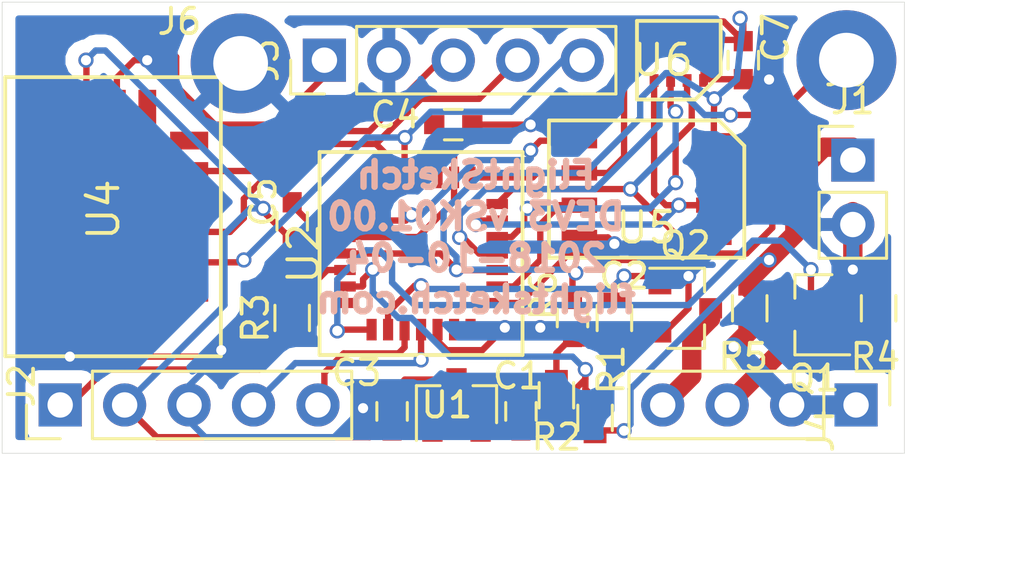
<source format=kicad_pcb>
(kicad_pcb (version 4) (host pcbnew 4.0.7)

  (general
    (links 71)
    (no_connects 0)
    (area 63.487299 48.501299 99.072701 66.306701)
    (thickness 1.6)
    (drawings 5)
    (tracks 363)
    (zones 0)
    (modules 25)
    (nets 26)
  )

  (page A4)
  (layers
    (0 F.Cu signal)
    (31 B.Cu signal)
    (32 B.Adhes user)
    (33 F.Adhes user)
    (34 B.Paste user)
    (35 F.Paste user)
    (36 B.SilkS user)
    (37 F.SilkS user)
    (38 B.Mask user)
    (39 F.Mask user)
    (40 Dwgs.User user)
    (41 Cmts.User user)
    (42 Eco1.User user)
    (43 Eco2.User user)
    (44 Edge.Cuts user)
    (45 Margin user)
    (46 B.CrtYd user)
    (47 F.CrtYd user)
    (48 B.Fab user)
    (49 F.Fab user)
  )

  (setup
    (last_trace_width 0.25)
    (user_trace_width 0.762)
    (user_trace_width 1.27)
    (trace_clearance 0.2)
    (zone_clearance 0.508)
    (zone_45_only yes)
    (trace_min 0.2)
    (segment_width 0.2)
    (edge_width 0.0254)
    (via_size 0.6)
    (via_drill 0.4)
    (via_min_size 0.4)
    (via_min_drill 0.3)
    (uvia_size 0.3)
    (uvia_drill 0.1)
    (uvias_allowed no)
    (uvia_min_size 0.2)
    (uvia_min_drill 0.1)
    (pcb_text_width 0.3)
    (pcb_text_size 1.5 1.5)
    (mod_edge_width 0.15)
    (mod_text_size 1 1)
    (mod_text_width 0.15)
    (pad_size 5 5)
    (pad_drill 2.5)
    (pad_to_mask_clearance 0.2)
    (aux_axis_origin 0 0)
    (visible_elements 7FFEFFFF)
    (pcbplotparams
      (layerselection 0x00030_80000001)
      (usegerberextensions false)
      (excludeedgelayer true)
      (linewidth 0.100000)
      (plotframeref false)
      (viasonmask false)
      (mode 1)
      (useauxorigin false)
      (hpglpennumber 1)
      (hpglpenspeed 20)
      (hpglpendiameter 15)
      (hpglpenoverlay 2)
      (psnegative false)
      (psa4output false)
      (plotreference true)
      (plotvalue true)
      (plotinvisibletext false)
      (padsonsilk false)
      (subtractmaskfromsilk false)
      (outputformat 1)
      (mirror false)
      (drillshape 1)
      (scaleselection 1)
      (outputdirectory ""))
  )

  (net 0 "")
  (net 1 VSS)
  (net 2 +3V3)
  (net 3 "Net-(R1-Pad1)")
  (net 4 SCK)
  (net 5 SDO)
  (net 6 SDI)
  (net 7 "Net-(C4-Pad1)")
  (net 8 U1TX)
  (net 9 U1RX)
  (net 10 MCLR)
  (net 11 PGD)
  (net 12 PGC)
  (net 13 VIN)
  (net 14 "Net-(J3-Pad1)")
  (net 15 "Net-(J3-Pad3)")
  (net 16 "Net-(U2-Pad12)")
  (net 17 "Net-(U2-Pad8)")
  (net 18 "Net-(U2-Pad9)")
  (net 19 "Net-(U2-Pad23)")
  (net 20 "Net-(J4-Pad1)")
  (net 21 Pyro1)
  (net 22 "Net-(J4-Pad3)")
  (net 23 Pyro2)
  (net 24 "Net-(J4-Pad4)")
  (net 25 DEBUG)

  (net_class Default "This is the default net class."
    (clearance 0.2)
    (trace_width 0.25)
    (via_dia 0.6)
    (via_drill 0.4)
    (uvia_dia 0.3)
    (uvia_drill 0.1)
    (add_net +3V3)
    (add_net DEBUG)
    (add_net MCLR)
    (add_net "Net-(C4-Pad1)")
    (add_net "Net-(J3-Pad1)")
    (add_net "Net-(J3-Pad3)")
    (add_net "Net-(J4-Pad1)")
    (add_net "Net-(J4-Pad3)")
    (add_net "Net-(J4-Pad4)")
    (add_net "Net-(R1-Pad1)")
    (add_net "Net-(U2-Pad12)")
    (add_net "Net-(U2-Pad23)")
    (add_net "Net-(U2-Pad8)")
    (add_net "Net-(U2-Pad9)")
    (add_net PGC)
    (add_net PGD)
    (add_net Pyro1)
    (add_net Pyro2)
    (add_net SCK)
    (add_net SDI)
    (add_net SDO)
    (add_net U1RX)
    (add_net U1TX)
    (add_net VIN)
    (add_net VSS)
  )

  (net_class Power ""
    (clearance 0.2)
    (trace_width 1.27)
    (via_dia 0.6)
    (via_drill 0.4)
    (uvia_dia 0.3)
    (uvia_drill 0.1)
  )

  (module Pin_Headers:Pin_Header_Straight_1x05_Pitch2.54mm (layer F.Cu) (tedit 5BB6C3F0) (tstamp 5AC199BC)
    (at 65.786 64.389 90)
    (descr "Through hole straight pin header, 1x05, 2.54mm pitch, single row")
    (tags "Through hole pin header THT 1x05 2.54mm single row")
    (path /5AC121B0)
    (fp_text reference J2 (at 0.762 -1.524 90) (layer F.SilkS)
      (effects (font (size 1 1) (thickness 0.15)))
    )
    (fp_text value Conn_01x05_Male (at 0 12.49 90) (layer F.Fab)
      (effects (font (size 1 1) (thickness 0.15)))
    )
    (fp_line (start -0.635 -1.27) (end 1.27 -1.27) (layer F.Fab) (width 0.1))
    (fp_line (start 1.27 -1.27) (end 1.27 11.43) (layer F.Fab) (width 0.1))
    (fp_line (start 1.27 11.43) (end -1.27 11.43) (layer F.Fab) (width 0.1))
    (fp_line (start -1.27 11.43) (end -1.27 -0.635) (layer F.Fab) (width 0.1))
    (fp_line (start -1.27 -0.635) (end -0.635 -1.27) (layer F.Fab) (width 0.1))
    (fp_line (start -1.33 11.49) (end 1.33 11.49) (layer F.SilkS) (width 0.12))
    (fp_line (start -1.33 1.27) (end -1.33 11.49) (layer F.SilkS) (width 0.12))
    (fp_line (start 1.33 1.27) (end 1.33 11.49) (layer F.SilkS) (width 0.12))
    (fp_line (start -1.33 1.27) (end 1.33 1.27) (layer F.SilkS) (width 0.12))
    (fp_line (start -1.33 0) (end -1.33 -1.33) (layer F.SilkS) (width 0.12))
    (fp_line (start -1.33 -1.33) (end 0 -1.33) (layer F.SilkS) (width 0.12))
    (fp_line (start -1.8 -1.8) (end -1.8 11.95) (layer F.CrtYd) (width 0.05))
    (fp_line (start -1.8 11.95) (end 1.8 11.95) (layer F.CrtYd) (width 0.05))
    (fp_line (start 1.8 11.95) (end 1.8 -1.8) (layer F.CrtYd) (width 0.05))
    (fp_line (start 1.8 -1.8) (end -1.8 -1.8) (layer F.CrtYd) (width 0.05))
    (fp_text user %R (at 0 5.08 180) (layer F.Fab)
      (effects (font (size 1 1) (thickness 0.15)))
    )
    (pad 1 thru_hole rect (at 0 0 90) (size 1.7 1.7) (drill 1) (layers *.Cu *.Mask)
      (net 10 MCLR))
    (pad 2 thru_hole oval (at 0 2.54 90) (size 1.7 1.7) (drill 1) (layers *.Cu *.Mask)
      (net 2 +3V3))
    (pad 3 thru_hole oval (at 0 5.08 90) (size 1.7 1.7) (drill 1) (layers *.Cu *.Mask)
      (net 1 VSS))
    (pad 4 thru_hole oval (at 0 7.62 90) (size 1.7 1.7) (drill 1) (layers *.Cu *.Mask)
      (net 11 PGD))
    (pad 5 thru_hole oval (at 0 10.16 90) (size 1.7 1.7) (drill 1) (layers *.Cu *.Mask)
      (net 12 PGC))
    (model ${KISYS3DMOD}/Pin_Headers.3dshapes/Pin_Header_Straight_1x05_Pitch2.54mm.wrl
      (at (xyz 0 0 0))
      (scale (xyz 1 1 1))
      (rotate (xyz 0 0 0))
    )
  )

  (module Pin_Headers:Pin_Header_Straight_1x05_Pitch2.54mm (layer F.Cu) (tedit 5AC265C1) (tstamp 5AC257A2)
    (at 76.2 50.8 90)
    (descr "Through hole straight pin header, 1x05, 2.54mm pitch, single row")
    (tags "Through hole pin header THT 1x05 2.54mm single row")
    (path /5AC1B17B)
    (fp_text reference J3 (at 0 -2.33 90) (layer F.SilkS)
      (effects (font (size 1 1) (thickness 0.15)))
    )
    (fp_text value Conn_01x05_Male (at -2.8575 4.4958 180) (layer F.Fab)
      (effects (font (size 1 1) (thickness 0.15)))
    )
    (fp_line (start -0.635 -1.27) (end 1.27 -1.27) (layer F.Fab) (width 0.1))
    (fp_line (start 1.27 -1.27) (end 1.27 11.43) (layer F.Fab) (width 0.1))
    (fp_line (start 1.27 11.43) (end -1.27 11.43) (layer F.Fab) (width 0.1))
    (fp_line (start -1.27 11.43) (end -1.27 -0.635) (layer F.Fab) (width 0.1))
    (fp_line (start -1.27 -0.635) (end -0.635 -1.27) (layer F.Fab) (width 0.1))
    (fp_line (start -1.33 11.49) (end 1.33 11.49) (layer F.SilkS) (width 0.12))
    (fp_line (start -1.33 1.27) (end -1.33 11.49) (layer F.SilkS) (width 0.12))
    (fp_line (start 1.33 1.27) (end 1.33 11.49) (layer F.SilkS) (width 0.12))
    (fp_line (start -1.33 1.27) (end 1.33 1.27) (layer F.SilkS) (width 0.12))
    (fp_line (start -1.33 0) (end -1.33 -1.33) (layer F.SilkS) (width 0.12))
    (fp_line (start -1.33 -1.33) (end 0 -1.33) (layer F.SilkS) (width 0.12))
    (fp_line (start -1.8 -1.8) (end -1.8 11.95) (layer F.CrtYd) (width 0.05))
    (fp_line (start -1.8 11.95) (end 1.8 11.95) (layer F.CrtYd) (width 0.05))
    (fp_line (start 1.8 11.95) (end 1.8 -1.8) (layer F.CrtYd) (width 0.05))
    (fp_line (start 1.8 -1.8) (end -1.8 -1.8) (layer F.CrtYd) (width 0.05))
    (fp_text user %R (at 0 5.08 180) (layer F.Fab)
      (effects (font (size 1 1) (thickness 0.15)))
    )
    (pad 1 thru_hole rect (at 0 0 90) (size 1.7 1.7) (drill 1) (layers *.Cu *.Mask)
      (net 14 "Net-(J3-Pad1)"))
    (pad 2 thru_hole oval (at 0 2.54 90) (size 1.7 1.7) (drill 1) (layers *.Cu *.Mask)
      (net 1 VSS))
    (pad 3 thru_hole oval (at 0 5.08 90) (size 1.7 1.7) (drill 1) (layers *.Cu *.Mask)
      (net 15 "Net-(J3-Pad3)"))
    (pad 4 thru_hole oval (at 0 7.62 90) (size 1.7 1.7) (drill 1) (layers *.Cu *.Mask)
      (net 9 U1RX))
    (pad 5 thru_hole oval (at 0 10.16 90) (size 1.7 1.7) (drill 1) (layers *.Cu *.Mask)
      (net 8 U1TX))
    (model ${KISYS3DMOD}/Pin_Headers.3dshapes/Pin_Header_Straight_1x05_Pitch2.54mm.wrl
      (at (xyz 0 0 0))
      (scale (xyz 1 1 1))
      (rotate (xyz 0 0 0))
    )
  )

  (module lib:RN4871 (layer F.Cu) (tedit 5ABEF974) (tstamp 5AC257F0)
    (at 71.12 61.468 90)
    (path /5ABEF9B1)
    (fp_text reference U4 (at 4.775 -3.625 90) (layer F.SilkS)
      (effects (font (size 1.2 1.2) (thickness 0.15)))
    )
    (fp_text value RN4871 (at 4.57562 3.47414 90) (layer F.Fab)
      (effects (font (size 1.2 1.2) (thickness 0.15)))
    )
    (fp_line (start -1.00012 0.99926) (end -1.00012 -7.50074) (layer F.SilkS) (width 0.15))
    (fp_line (start -1.00012 -7.50074) (end 9.99988 -7.50074) (layer F.SilkS) (width 0.15))
    (fp_line (start 9.99988 -7.50074) (end 9.99988 0.99926) (layer F.SilkS) (width 0.15))
    (fp_line (start 9.99988 0.99926) (end -1.00012 0.99926) (layer F.SilkS) (width 0.15))
    (pad 11 smd rect (at 7.5 -0.25 90) (size 0.7 1.5) (layers F.Cu F.Paste F.Mask))
    (pad 10 smd rect (at 6.3 -0.25 90) (size 0.7 1.5) (layers F.Cu F.Paste F.Mask)
      (net 15 "Net-(J3-Pad3)"))
    (pad 9 smd rect (at 5.1 -0.25 90) (size 0.7 1.5) (layers F.Cu F.Paste F.Mask))
    (pad 8 smd rect (at 3.9 -0.25 90) (size 0.7 1.5) (layers F.Cu F.Paste F.Mask)
      (net 9 U1RX))
    (pad 7 smd rect (at 2.7 -0.25 90) (size 0.7 1.5) (layers F.Cu F.Paste F.Mask)
      (net 8 U1TX))
    (pad 6 smd rect (at 1.5 -0.25 90) (size 0.7 1.5) (layers F.Cu F.Paste F.Mask))
    (pad 16 smd rect (at 8.75 -6.7) (size 0.7 1.5) (layers F.Cu F.Paste F.Mask)
      (net 14 "Net-(J3-Pad1)"))
    (pad 1 smd rect (at 0.25 -6.7) (size 0.7 1.5) (layers F.Cu F.Paste F.Mask))
    (pad 15 smd rect (at 8.75 -5.5) (size 0.7 1.5) (layers F.Cu F.Paste F.Mask))
    (pad 2 smd rect (at 0.25 -5.5) (size 0.7 1.5) (layers F.Cu F.Paste F.Mask)
      (net 1 VSS))
    (pad 14 smd rect (at 8.75 -4.3) (size 0.7 1.5) (layers F.Cu F.Paste F.Mask)
      (net 2 +3V3))
    (pad 3 smd rect (at 0.25 -4.3) (size 0.7 1.5) (layers F.Cu F.Paste F.Mask))
    (pad 13 smd rect (at 8.75 -3.1) (size 0.7 1.5) (layers F.Cu F.Paste F.Mask)
      (net 1 VSS))
    (pad 4 smd rect (at 0.25 -3.1) (size 0.7 1.5) (layers F.Cu F.Paste F.Mask))
    (pad 12 smd rect (at 8.75 -1.9) (size 0.7 1.5) (layers F.Cu F.Paste F.Mask))
    (pad 5 smd rect (at 0.25 -1.9) (size 0.7 1.5) (layers F.Cu F.Paste F.Mask))
  )

  (module lib:SO8 (layer F.Cu) (tedit 5AC28FB8) (tstamp 5AC25807)
    (at 88.9 55.88 270)
    (path /5ABEA189)
    (fp_text reference U5 (at 1.524 0 360) (layer F.SilkS)
      (effects (font (size 1.2 1.2) (thickness 0.15)))
    )
    (fp_text value EEPROM (at 0 0 270) (layer F.Fab)
      (effects (font (size 1.2 1.2) (thickness 0.15)))
    )
    (fp_line (start -1.705 -3.85) (end -2.705 -2.85) (layer F.SilkS) (width 0.15))
    (fp_line (start -2.705 -2.85) (end -2.705 3.85) (layer F.SilkS) (width 0.15))
    (fp_line (start -2.705 3.85) (end 2.705 3.85) (layer F.SilkS) (width 0.15))
    (fp_line (start 2.705 3.85) (end 2.705 -3.85) (layer F.SilkS) (width 0.15))
    (fp_line (start 2.705 -3.85) (end -1.705 -3.85) (layer F.SilkS) (width 0.15))
    (pad 8 smd rect (at -1.905 -2.65 270) (size 0.6 1.4) (layers F.Cu F.Paste F.Mask)
      (net 2 +3V3))
    (pad 1 smd rect (at -1.905 2.65 270) (size 0.6 1.4) (layers F.Cu F.Paste F.Mask)
      (net 19 "Net-(U2-Pad23)"))
    (pad 7 smd rect (at -0.635 -2.65 270) (size 0.6 1.4) (layers F.Cu F.Paste F.Mask)
      (net 17 "Net-(U2-Pad8)"))
    (pad 2 smd rect (at -0.635 2.65 270) (size 0.6 1.4) (layers F.Cu F.Paste F.Mask)
      (net 6 SDI))
    (pad 6 smd rect (at 0.635 -2.65 270) (size 0.6 1.4) (layers F.Cu F.Paste F.Mask)
      (net 4 SCK))
    (pad 3 smd rect (at 0.635 2.65 270) (size 0.6 1.4) (layers F.Cu F.Paste F.Mask)
      (net 18 "Net-(U2-Pad9)"))
    (pad 5 smd rect (at 1.905 -2.65 270) (size 0.6 1.4) (layers F.Cu F.Paste F.Mask)
      (net 5 SDO))
    (pad 4 smd rect (at 1.905 2.65 270) (size 0.6 1.4) (layers F.Cu F.Paste F.Mask)
      (net 1 VSS))
  )

  (module lib:BMP280-2 (layer F.Cu) (tedit 5BB6C4E1) (tstamp 5ADFF5D2)
    (at 90.17 50.8 180)
    (path /5AC10D8D)
    (fp_text reference U6 (at 0.635 0 360) (layer F.SilkS)
      (effects (font (size 1.2 1.2) (thickness 0.15)))
    )
    (fp_text value BMP280 (at 0 0 180) (layer F.Fab)
      (effects (font (size 1.2 1.2) (thickness 0.15)))
    )
    (fp_line (start -0.65 -1.55) (end -1.65 -0.55) (layer F.SilkS) (width 0.15))
    (fp_line (start -1.65 -0.55) (end -1.65 1.55) (layer F.SilkS) (width 0.15))
    (fp_line (start -1.65 1.55) (end 1.65 1.55) (layer F.SilkS) (width 0.15))
    (fp_line (start 1.65 1.55) (end 1.65 -1.55) (layer F.SilkS) (width 0.15))
    (fp_line (start 1.65 -1.55) (end -0.65 -1.55) (layer F.SilkS) (width 0.15))
    (pad 1 smd rect (at -0.975 -0.8 180) (size 0.35 0.5) (layers F.Cu F.Paste F.Mask)
      (net 1 VSS))
    (pad 8 smd rect (at -0.975 0.8 180) (size 0.35 0.5) (layers F.Cu F.Paste F.Mask)
      (net 2 +3V3))
    (pad 2 smd rect (at -0.325 -0.8 180) (size 0.35 0.5) (layers F.Cu F.Paste F.Mask)
      (net 16 "Net-(U2-Pad12)"))
    (pad 7 smd rect (at -0.325 0.8 180) (size 0.35 0.5) (layers F.Cu F.Paste F.Mask)
      (net 1 VSS))
    (pad 3 smd rect (at 0.325 -0.8 180) (size 0.35 0.5) (layers F.Cu F.Paste F.Mask)
      (net 5 SDO))
    (pad 6 smd rect (at 0.325 0.8 180) (size 0.35 0.5) (layers F.Cu F.Paste F.Mask)
      (net 2 +3V3))
    (pad 4 smd rect (at 0.975 -0.8 180) (size 0.35 0.5) (layers F.Cu F.Paste F.Mask)
      (net 4 SCK))
    (pad 5 smd rect (at 0.975 0.8 180) (size 0.35 0.5) (layers F.Cu F.Paste F.Mask)
      (net 6 SDI))
  )

  (module lib:QFN_28 (layer F.Cu) (tedit 5ABEF695) (tstamp 5ADFF951)
    (at 80.01 58.42 90)
    (path /5AAB3259)
    (fp_text reference U2 (at 0 -4.625 90) (layer F.SilkS)
      (effects (font (size 1.2 1.2) (thickness 0.15)))
    )
    (fp_text value test (at 0 4.625 90) (layer F.Fab)
      (effects (font (size 1.2 1.2) (thickness 0.15)))
    )
    (fp_line (start -4.00012 -4.00074) (end 3.99988 -4.00074) (layer F.SilkS) (width 0.15))
    (fp_line (start 3.99988 -4.00074) (end 3.99988 3.99926) (layer F.SilkS) (width 0.15))
    (fp_line (start 3.99988 3.99926) (end -4.00012 3.99926) (layer F.SilkS) (width 0.15))
    (fp_line (start -4.00012 3.99926) (end -4.00012 -4.00074) (layer F.SilkS) (width 0.15))
    (pad 1 smd rect (at -3 -1.95 180) (size 0.4 0.85) (layers F.Cu F.Paste F.Mask)
      (net 21 Pyro1))
    (pad 2 smd rect (at -3 -1.3 180) (size 0.4 0.85) (layers F.Cu F.Paste F.Mask)
      (net 23 Pyro2))
    (pad 3 smd rect (at -3 -0.65 180) (size 0.4 0.85) (layers F.Cu F.Paste F.Mask)
      (net 12 PGC))
    (pad 4 smd rect (at -3 0 180) (size 0.4 0.85) (layers F.Cu F.Paste F.Mask)
      (net 11 PGD))
    (pad 5 smd rect (at -3 0.65 180) (size 0.4 0.85) (layers F.Cu F.Paste F.Mask)
      (net 1 VSS))
    (pad 6 smd rect (at -3 1.3 180) (size 0.4 0.85) (layers F.Cu F.Paste F.Mask))
    (pad 7 smd rect (at -3 1.95 180) (size 0.4 0.85) (layers F.Cu F.Paste F.Mask))
    (pad 8 smd rect (at -1.95 3 90) (size 0.4 0.85) (layers F.Cu F.Paste F.Mask)
      (net 17 "Net-(U2-Pad8)"))
    (pad 9 smd rect (at -1.3 3 90) (size 0.4 0.85) (layers F.Cu F.Paste F.Mask)
      (net 18 "Net-(U2-Pad9)"))
    (pad 10 smd rect (at -0.65 3 90) (size 0.4 0.85) (layers F.Cu F.Paste F.Mask)
      (net 2 +3V3))
    (pad 11 smd rect (at 0 3 90) (size 0.4 0.85) (layers F.Cu F.Paste F.Mask)
      (net 25 DEBUG))
    (pad 12 smd rect (at 0.65 3 90) (size 0.4 0.85) (layers F.Cu F.Paste F.Mask)
      (net 16 "Net-(U2-Pad12)"))
    (pad 13 smd rect (at 1.3 3 90) (size 0.4 0.85) (layers F.Cu F.Paste F.Mask)
      (net 4 SCK))
    (pad 14 smd rect (at 1.95 3 90) (size 0.4 0.85) (layers F.Cu F.Paste F.Mask)
      (net 5 SDO))
    (pad 15 smd rect (at 3 1.95 180) (size 0.4 0.85) (layers F.Cu F.Paste F.Mask)
      (net 6 SDI))
    (pad 16 smd rect (at 3 1.3 180) (size 0.4 0.85) (layers F.Cu F.Paste F.Mask)
      (net 1 VSS))
    (pad 17 smd rect (at 3 0.65 180) (size 0.4 0.85) (layers F.Cu F.Paste F.Mask)
      (net 7 "Net-(C4-Pad1)"))
    (pad 18 smd rect (at 3 0 180) (size 0.4 0.85) (layers F.Cu F.Paste F.Mask))
    (pad 19 smd rect (at 3 -0.65 180) (size 0.4 0.85) (layers F.Cu F.Paste F.Mask)
      (net 8 U1TX))
    (pad 20 smd rect (at 3 -1.3 180) (size 0.4 0.85) (layers F.Cu F.Paste F.Mask)
      (net 9 U1RX))
    (pad 21 smd rect (at 3 -1.95 180) (size 0.4 0.85) (layers F.Cu F.Paste F.Mask))
    (pad 22 smd rect (at 1.95 -3 90) (size 0.4 0.85) (layers F.Cu F.Paste F.Mask))
    (pad 23 smd rect (at 1.3 -3 90) (size 0.4 0.85) (layers F.Cu F.Paste F.Mask)
      (net 19 "Net-(U2-Pad23)"))
    (pad 24 smd rect (at 0.65 -3 90) (size 0.4 0.85) (layers F.Cu F.Paste F.Mask)
      (net 1 VSS))
    (pad 25 smd rect (at 0 -3 90) (size 0.4 0.85) (layers F.Cu F.Paste F.Mask)
      (net 2 +3V3))
    (pad 26 smd rect (at -0.65 -3 90) (size 0.4 0.85) (layers F.Cu F.Paste F.Mask)
      (net 10 MCLR))
    (pad 27 smd rect (at -1.3 -3 90) (size 0.4 0.85) (layers F.Cu F.Paste F.Mask)
      (net 3 "Net-(R1-Pad1)"))
    (pad 28 smd rect (at -1.95 -3 90) (size 0.4 0.85) (layers F.Cu F.Paste F.Mask))
  )

  (module TO_SOT_Packages_SMD:SOT-23 (layer F.Cu) (tedit 5BB6C43C) (tstamp 5AE28E75)
    (at 81.407 64.389 90)
    (descr "SOT-23, Standard")
    (tags SOT-23)
    (path /5AC196C8)
    (attr smd)
    (fp_text reference U1 (at 0 -0.381 180) (layer F.SilkS)
      (effects (font (size 1 1) (thickness 0.15)))
    )
    (fp_text value TLV760 (at 0 2.5 90) (layer F.Fab)
      (effects (font (size 1 1) (thickness 0.15)))
    )
    (fp_text user %R (at 0 0 180) (layer F.Fab)
      (effects (font (size 0.5 0.5) (thickness 0.075)))
    )
    (fp_line (start -0.7 -0.95) (end -0.7 1.5) (layer F.Fab) (width 0.1))
    (fp_line (start -0.15 -1.52) (end 0.7 -1.52) (layer F.Fab) (width 0.1))
    (fp_line (start -0.7 -0.95) (end -0.15 -1.52) (layer F.Fab) (width 0.1))
    (fp_line (start 0.7 -1.52) (end 0.7 1.52) (layer F.Fab) (width 0.1))
    (fp_line (start -0.7 1.52) (end 0.7 1.52) (layer F.Fab) (width 0.1))
    (fp_line (start 0.76 1.58) (end 0.76 0.65) (layer F.SilkS) (width 0.12))
    (fp_line (start 0.76 -1.58) (end 0.76 -0.65) (layer F.SilkS) (width 0.12))
    (fp_line (start -1.7 -1.75) (end 1.7 -1.75) (layer F.CrtYd) (width 0.05))
    (fp_line (start 1.7 -1.75) (end 1.7 1.75) (layer F.CrtYd) (width 0.05))
    (fp_line (start 1.7 1.75) (end -1.7 1.75) (layer F.CrtYd) (width 0.05))
    (fp_line (start -1.7 1.75) (end -1.7 -1.75) (layer F.CrtYd) (width 0.05))
    (fp_line (start 0.76 -1.58) (end -1.4 -1.58) (layer F.SilkS) (width 0.12))
    (fp_line (start 0.76 1.58) (end -0.7 1.58) (layer F.SilkS) (width 0.12))
    (pad 1 smd rect (at -1 -0.95 90) (size 0.9 0.8) (layers F.Cu F.Paste F.Mask)
      (net 2 +3V3))
    (pad 2 smd rect (at -1 0.95 90) (size 0.9 0.8) (layers F.Cu F.Paste F.Mask)
      (net 13 VIN))
    (pad 3 smd rect (at 1 0 90) (size 0.9 0.8) (layers F.Cu F.Paste F.Mask)
      (net 1 VSS))
    (model ${KISYS3DMOD}/TO_SOT_Packages_SMD.3dshapes/SOT-23.wrl
      (at (xyz 0 0 0))
      (scale (xyz 1 1 1))
      (rotate (xyz 0 0 0))
    )
  )

  (module TO_SOT_Packages_SMD:SOT-23 (layer F.Cu) (tedit 58CE4E7E) (tstamp 5AE2986B)
    (at 95.504 60.833 180)
    (descr "SOT-23, Standard")
    (tags SOT-23)
    (path /5AE2A3AE)
    (attr smd)
    (fp_text reference Q1 (at 0 -2.5 180) (layer F.SilkS)
      (effects (font (size 1 1) (thickness 0.15)))
    )
    (fp_text value Q_NMOS_DGS (at 0 2.5 180) (layer F.Fab)
      (effects (font (size 1 1) (thickness 0.15)))
    )
    (fp_text user %R (at 0 0 270) (layer F.Fab)
      (effects (font (size 0.5 0.5) (thickness 0.075)))
    )
    (fp_line (start -0.7 -0.95) (end -0.7 1.5) (layer F.Fab) (width 0.1))
    (fp_line (start -0.15 -1.52) (end 0.7 -1.52) (layer F.Fab) (width 0.1))
    (fp_line (start -0.7 -0.95) (end -0.15 -1.52) (layer F.Fab) (width 0.1))
    (fp_line (start 0.7 -1.52) (end 0.7 1.52) (layer F.Fab) (width 0.1))
    (fp_line (start -0.7 1.52) (end 0.7 1.52) (layer F.Fab) (width 0.1))
    (fp_line (start 0.76 1.58) (end 0.76 0.65) (layer F.SilkS) (width 0.12))
    (fp_line (start 0.76 -1.58) (end 0.76 -0.65) (layer F.SilkS) (width 0.12))
    (fp_line (start -1.7 -1.75) (end 1.7 -1.75) (layer F.CrtYd) (width 0.05))
    (fp_line (start 1.7 -1.75) (end 1.7 1.75) (layer F.CrtYd) (width 0.05))
    (fp_line (start 1.7 1.75) (end -1.7 1.75) (layer F.CrtYd) (width 0.05))
    (fp_line (start -1.7 1.75) (end -1.7 -1.75) (layer F.CrtYd) (width 0.05))
    (fp_line (start 0.76 -1.58) (end -1.4 -1.58) (layer F.SilkS) (width 0.12))
    (fp_line (start 0.76 1.58) (end -0.7 1.58) (layer F.SilkS) (width 0.12))
    (pad 1 smd rect (at -1 -0.95 180) (size 0.9 0.8) (layers F.Cu F.Paste F.Mask)
      (net 21 Pyro1))
    (pad 2 smd rect (at -1 0.95 180) (size 0.9 0.8) (layers F.Cu F.Paste F.Mask)
      (net 1 VSS))
    (pad 3 smd rect (at 1 0 180) (size 0.9 0.8) (layers F.Cu F.Paste F.Mask)
      (net 22 "Net-(J4-Pad3)"))
    (model ${KISYS3DMOD}/TO_SOT_Packages_SMD.3dshapes/SOT-23.wrl
      (at (xyz 0 0 0))
      (scale (xyz 1 1 1))
      (rotate (xyz 0 0 0))
    )
  )

  (module TO_SOT_Packages_SMD:SOT-23 (layer F.Cu) (tedit 58CE4E7E) (tstamp 5BB56E81)
    (at 90.424 60.579)
    (descr "SOT-23, Standard")
    (tags SOT-23)
    (path /5BA9AA65)
    (attr smd)
    (fp_text reference Q2 (at 0 -2.5) (layer F.SilkS)
      (effects (font (size 1 1) (thickness 0.15)))
    )
    (fp_text value Q_NMOS_DGS (at 0 2.5) (layer F.Fab)
      (effects (font (size 1 1) (thickness 0.15)))
    )
    (fp_text user %R (at 0 0 90) (layer F.Fab)
      (effects (font (size 0.5 0.5) (thickness 0.075)))
    )
    (fp_line (start -0.7 -0.95) (end -0.7 1.5) (layer F.Fab) (width 0.1))
    (fp_line (start -0.15 -1.52) (end 0.7 -1.52) (layer F.Fab) (width 0.1))
    (fp_line (start -0.7 -0.95) (end -0.15 -1.52) (layer F.Fab) (width 0.1))
    (fp_line (start 0.7 -1.52) (end 0.7 1.52) (layer F.Fab) (width 0.1))
    (fp_line (start -0.7 1.52) (end 0.7 1.52) (layer F.Fab) (width 0.1))
    (fp_line (start 0.76 1.58) (end 0.76 0.65) (layer F.SilkS) (width 0.12))
    (fp_line (start 0.76 -1.58) (end 0.76 -0.65) (layer F.SilkS) (width 0.12))
    (fp_line (start -1.7 -1.75) (end 1.7 -1.75) (layer F.CrtYd) (width 0.05))
    (fp_line (start 1.7 -1.75) (end 1.7 1.75) (layer F.CrtYd) (width 0.05))
    (fp_line (start 1.7 1.75) (end -1.7 1.75) (layer F.CrtYd) (width 0.05))
    (fp_line (start -1.7 1.75) (end -1.7 -1.75) (layer F.CrtYd) (width 0.05))
    (fp_line (start 0.76 -1.58) (end -1.4 -1.58) (layer F.SilkS) (width 0.12))
    (fp_line (start 0.76 1.58) (end -0.7 1.58) (layer F.SilkS) (width 0.12))
    (pad 1 smd rect (at -1 -0.95) (size 0.9 0.8) (layers F.Cu F.Paste F.Mask)
      (net 23 Pyro2))
    (pad 2 smd rect (at -1 0.95) (size 0.9 0.8) (layers F.Cu F.Paste F.Mask)
      (net 1 VSS))
    (pad 3 smd rect (at 1 0) (size 0.9 0.8) (layers F.Cu F.Paste F.Mask)
      (net 24 "Net-(J4-Pad4)"))
    (model ${KISYS3DMOD}/TO_SOT_Packages_SMD.3dshapes/SOT-23.wrl
      (at (xyz 0 0 0))
      (scale (xyz 1 1 1))
      (rotate (xyz 0 0 0))
    )
  )

  (module Capacitors_SMD:C_0603 (layer F.Cu) (tedit 5BB6C44D) (tstamp 5BB56F4C)
    (at 83.947 64.643 90)
    (descr "Capacitor SMD 0603, reflow soldering, AVX (see smccp.pdf)")
    (tags "capacitor 0603")
    (path /5AC2641C)
    (attr smd)
    (fp_text reference C1 (at 1.397 -0.127 180) (layer F.SilkS)
      (effects (font (size 1 1) (thickness 0.15)))
    )
    (fp_text value 10u (at 0 1.5 90) (layer F.Fab)
      (effects (font (size 1 1) (thickness 0.15)))
    )
    (fp_line (start 1.4 0.65) (end -1.4 0.65) (layer F.CrtYd) (width 0.05))
    (fp_line (start 1.4 0.65) (end 1.4 -0.65) (layer F.CrtYd) (width 0.05))
    (fp_line (start -1.4 -0.65) (end -1.4 0.65) (layer F.CrtYd) (width 0.05))
    (fp_line (start -1.4 -0.65) (end 1.4 -0.65) (layer F.CrtYd) (width 0.05))
    (fp_line (start 0.35 0.6) (end -0.35 0.6) (layer F.SilkS) (width 0.12))
    (fp_line (start -0.35 -0.6) (end 0.35 -0.6) (layer F.SilkS) (width 0.12))
    (fp_line (start -0.8 -0.4) (end 0.8 -0.4) (layer F.Fab) (width 0.1))
    (fp_line (start 0.8 -0.4) (end 0.8 0.4) (layer F.Fab) (width 0.1))
    (fp_line (start 0.8 0.4) (end -0.8 0.4) (layer F.Fab) (width 0.1))
    (fp_line (start -0.8 0.4) (end -0.8 -0.4) (layer F.Fab) (width 0.1))
    (fp_text user %R (at 0 0 90) (layer F.Fab)
      (effects (font (size 0.3 0.3) (thickness 0.075)))
    )
    (pad 2 smd rect (at 0.75 0 90) (size 0.8 0.75) (layers F.Cu F.Paste F.Mask)
      (net 1 VSS))
    (pad 1 smd rect (at -0.75 0 90) (size 0.8 0.75) (layers F.Cu F.Paste F.Mask)
      (net 13 VIN))
    (model Capacitors_SMD.3dshapes/C_0603.wrl
      (at (xyz 0 0 0))
      (scale (xyz 1 1 1))
      (rotate (xyz 0 0 0))
    )
  )

  (module Capacitors_SMD:C_0603 (layer F.Cu) (tedit 5BB6C489) (tstamp 5BB56F51)
    (at 85.979 60.96 270)
    (descr "Capacitor SMD 0603, reflow soldering, AVX (see smccp.pdf)")
    (tags "capacitor 0603")
    (path /5AB5AF35)
    (attr smd)
    (fp_text reference C2 (at -1.651 -2.032 360) (layer F.SilkS)
      (effects (font (size 1 1) (thickness 0.15)))
    )
    (fp_text value 0.1u (at 0 1.5 270) (layer F.Fab)
      (effects (font (size 1 1) (thickness 0.15)))
    )
    (fp_line (start 1.4 0.65) (end -1.4 0.65) (layer F.CrtYd) (width 0.05))
    (fp_line (start 1.4 0.65) (end 1.4 -0.65) (layer F.CrtYd) (width 0.05))
    (fp_line (start -1.4 -0.65) (end -1.4 0.65) (layer F.CrtYd) (width 0.05))
    (fp_line (start -1.4 -0.65) (end 1.4 -0.65) (layer F.CrtYd) (width 0.05))
    (fp_line (start 0.35 0.6) (end -0.35 0.6) (layer F.SilkS) (width 0.12))
    (fp_line (start -0.35 -0.6) (end 0.35 -0.6) (layer F.SilkS) (width 0.12))
    (fp_line (start -0.8 -0.4) (end 0.8 -0.4) (layer F.Fab) (width 0.1))
    (fp_line (start 0.8 -0.4) (end 0.8 0.4) (layer F.Fab) (width 0.1))
    (fp_line (start 0.8 0.4) (end -0.8 0.4) (layer F.Fab) (width 0.1))
    (fp_line (start -0.8 0.4) (end -0.8 -0.4) (layer F.Fab) (width 0.1))
    (fp_text user %R (at 0 0 270) (layer F.Fab)
      (effects (font (size 0.3 0.3) (thickness 0.075)))
    )
    (pad 2 smd rect (at 0.75 0 270) (size 0.8 0.75) (layers F.Cu F.Paste F.Mask)
      (net 1 VSS))
    (pad 1 smd rect (at -0.75 0 270) (size 0.8 0.75) (layers F.Cu F.Paste F.Mask)
      (net 2 +3V3))
    (model Capacitors_SMD.3dshapes/C_0603.wrl
      (at (xyz 0 0 0))
      (scale (xyz 1 1 1))
      (rotate (xyz 0 0 0))
    )
  )

  (module Capacitors_SMD:C_0603 (layer F.Cu) (tedit 5BB6C63A) (tstamp 5BB56F56)
    (at 78.867 64.643 90)
    (descr "Capacitor SMD 0603, reflow soldering, AVX (see smccp.pdf)")
    (tags "capacitor 0603")
    (path /5AC26B61)
    (attr smd)
    (fp_text reference C3 (at 1.524 -1.397 180) (layer F.SilkS)
      (effects (font (size 1 1) (thickness 0.15)))
    )
    (fp_text value 10u (at 0 1.5 90) (layer F.Fab)
      (effects (font (size 1 1) (thickness 0.15)))
    )
    (fp_line (start 1.4 0.65) (end -1.4 0.65) (layer F.CrtYd) (width 0.05))
    (fp_line (start 1.4 0.65) (end 1.4 -0.65) (layer F.CrtYd) (width 0.05))
    (fp_line (start -1.4 -0.65) (end -1.4 0.65) (layer F.CrtYd) (width 0.05))
    (fp_line (start -1.4 -0.65) (end 1.4 -0.65) (layer F.CrtYd) (width 0.05))
    (fp_line (start 0.35 0.6) (end -0.35 0.6) (layer F.SilkS) (width 0.12))
    (fp_line (start -0.35 -0.6) (end 0.35 -0.6) (layer F.SilkS) (width 0.12))
    (fp_line (start -0.8 -0.4) (end 0.8 -0.4) (layer F.Fab) (width 0.1))
    (fp_line (start 0.8 -0.4) (end 0.8 0.4) (layer F.Fab) (width 0.1))
    (fp_line (start 0.8 0.4) (end -0.8 0.4) (layer F.Fab) (width 0.1))
    (fp_line (start -0.8 0.4) (end -0.8 -0.4) (layer F.Fab) (width 0.1))
    (fp_text user %R (at 0 0 90) (layer F.Fab)
      (effects (font (size 0.3 0.3) (thickness 0.075)))
    )
    (pad 2 smd rect (at 0.75 0 90) (size 0.8 0.75) (layers F.Cu F.Paste F.Mask)
      (net 1 VSS))
    (pad 1 smd rect (at -0.75 0 90) (size 0.8 0.75) (layers F.Cu F.Paste F.Mask)
      (net 2 +3V3))
    (model Capacitors_SMD.3dshapes/C_0603.wrl
      (at (xyz 0 0 0))
      (scale (xyz 1 1 1))
      (rotate (xyz 0 0 0))
    )
  )

  (module Capacitors_SMD:C_0603 (layer F.Cu) (tedit 5BB6C62A) (tstamp 5BB56F5B)
    (at 81.28 53.34)
    (descr "Capacitor SMD 0603, reflow soldering, AVX (see smccp.pdf)")
    (tags "capacitor 0603")
    (path /5ABFD9BB)
    (attr smd)
    (fp_text reference C4 (at -2.286 -0.381) (layer F.SilkS)
      (effects (font (size 1 1) (thickness 0.15)))
    )
    (fp_text value 10u (at 0 1.5) (layer F.Fab)
      (effects (font (size 1 1) (thickness 0.15)))
    )
    (fp_line (start 1.4 0.65) (end -1.4 0.65) (layer F.CrtYd) (width 0.05))
    (fp_line (start 1.4 0.65) (end 1.4 -0.65) (layer F.CrtYd) (width 0.05))
    (fp_line (start -1.4 -0.65) (end -1.4 0.65) (layer F.CrtYd) (width 0.05))
    (fp_line (start -1.4 -0.65) (end 1.4 -0.65) (layer F.CrtYd) (width 0.05))
    (fp_line (start 0.35 0.6) (end -0.35 0.6) (layer F.SilkS) (width 0.12))
    (fp_line (start -0.35 -0.6) (end 0.35 -0.6) (layer F.SilkS) (width 0.12))
    (fp_line (start -0.8 -0.4) (end 0.8 -0.4) (layer F.Fab) (width 0.1))
    (fp_line (start 0.8 -0.4) (end 0.8 0.4) (layer F.Fab) (width 0.1))
    (fp_line (start 0.8 0.4) (end -0.8 0.4) (layer F.Fab) (width 0.1))
    (fp_line (start -0.8 0.4) (end -0.8 -0.4) (layer F.Fab) (width 0.1))
    (fp_text user %R (at 0 0) (layer F.Fab)
      (effects (font (size 0.3 0.3) (thickness 0.075)))
    )
    (pad 2 smd rect (at 0.75 0) (size 0.8 0.75) (layers F.Cu F.Paste F.Mask)
      (net 1 VSS))
    (pad 1 smd rect (at -0.75 0) (size 0.8 0.75) (layers F.Cu F.Paste F.Mask)
      (net 7 "Net-(C4-Pad1)"))
    (model Capacitors_SMD.3dshapes/C_0603.wrl
      (at (xyz 0 0 0))
      (scale (xyz 1 1 1))
      (rotate (xyz 0 0 0))
    )
  )

  (module Capacitors_SMD:C_0603 (layer F.Cu) (tedit 5BB6C668) (tstamp 5BB56F60)
    (at 74.93 57.15 90)
    (descr "Capacitor SMD 0603, reflow soldering, AVX (see smccp.pdf)")
    (tags "capacitor 0603")
    (path /5AB5B6B1)
    (attr smd)
    (fp_text reference C5 (at 0.762 -1.143 90) (layer F.SilkS)
      (effects (font (size 1 1) (thickness 0.15)))
    )
    (fp_text value 0.1u (at 0 1.5 90) (layer F.Fab)
      (effects (font (size 1 1) (thickness 0.15)))
    )
    (fp_line (start 1.4 0.65) (end -1.4 0.65) (layer F.CrtYd) (width 0.05))
    (fp_line (start 1.4 0.65) (end 1.4 -0.65) (layer F.CrtYd) (width 0.05))
    (fp_line (start -1.4 -0.65) (end -1.4 0.65) (layer F.CrtYd) (width 0.05))
    (fp_line (start -1.4 -0.65) (end 1.4 -0.65) (layer F.CrtYd) (width 0.05))
    (fp_line (start 0.35 0.6) (end -0.35 0.6) (layer F.SilkS) (width 0.12))
    (fp_line (start -0.35 -0.6) (end 0.35 -0.6) (layer F.SilkS) (width 0.12))
    (fp_line (start -0.8 -0.4) (end 0.8 -0.4) (layer F.Fab) (width 0.1))
    (fp_line (start 0.8 -0.4) (end 0.8 0.4) (layer F.Fab) (width 0.1))
    (fp_line (start 0.8 0.4) (end -0.8 0.4) (layer F.Fab) (width 0.1))
    (fp_line (start -0.8 0.4) (end -0.8 -0.4) (layer F.Fab) (width 0.1))
    (fp_text user %R (at 0 0 90) (layer F.Fab)
      (effects (font (size 0.3 0.3) (thickness 0.075)))
    )
    (pad 2 smd rect (at 0.75 0 90) (size 0.8 0.75) (layers F.Cu F.Paste F.Mask)
      (net 1 VSS))
    (pad 1 smd rect (at -0.75 0 90) (size 0.8 0.75) (layers F.Cu F.Paste F.Mask)
      (net 2 +3V3))
    (model Capacitors_SMD.3dshapes/C_0603.wrl
      (at (xyz 0 0 0))
      (scale (xyz 1 1 1))
      (rotate (xyz 0 0 0))
    )
  )

  (module Capacitors_SMD:C_0603 (layer F.Cu) (tedit 5BB6C4E8) (tstamp 5BB56F65)
    (at 92.71 50.8 270)
    (descr "Capacitor SMD 0603, reflow soldering, AVX (see smccp.pdf)")
    (tags "capacitor 0603")
    (path /5AC271F0)
    (attr smd)
    (fp_text reference C7 (at -0.889 -1.27 270) (layer F.SilkS)
      (effects (font (size 1 1) (thickness 0.15)))
    )
    (fp_text value .1u (at 0 1.5 270) (layer F.Fab)
      (effects (font (size 1 1) (thickness 0.15)))
    )
    (fp_line (start 1.4 0.65) (end -1.4 0.65) (layer F.CrtYd) (width 0.05))
    (fp_line (start 1.4 0.65) (end 1.4 -0.65) (layer F.CrtYd) (width 0.05))
    (fp_line (start -1.4 -0.65) (end -1.4 0.65) (layer F.CrtYd) (width 0.05))
    (fp_line (start -1.4 -0.65) (end 1.4 -0.65) (layer F.CrtYd) (width 0.05))
    (fp_line (start 0.35 0.6) (end -0.35 0.6) (layer F.SilkS) (width 0.12))
    (fp_line (start -0.35 -0.6) (end 0.35 -0.6) (layer F.SilkS) (width 0.12))
    (fp_line (start -0.8 -0.4) (end 0.8 -0.4) (layer F.Fab) (width 0.1))
    (fp_line (start 0.8 -0.4) (end 0.8 0.4) (layer F.Fab) (width 0.1))
    (fp_line (start 0.8 0.4) (end -0.8 0.4) (layer F.Fab) (width 0.1))
    (fp_line (start -0.8 0.4) (end -0.8 -0.4) (layer F.Fab) (width 0.1))
    (fp_text user %R (at 0 0 270) (layer F.Fab)
      (effects (font (size 0.3 0.3) (thickness 0.075)))
    )
    (pad 2 smd rect (at 0.75 0 270) (size 0.8 0.75) (layers F.Cu F.Paste F.Mask)
      (net 1 VSS))
    (pad 1 smd rect (at -0.75 0 270) (size 0.8 0.75) (layers F.Cu F.Paste F.Mask)
      (net 2 +3V3))
    (model Capacitors_SMD.3dshapes/C_0603.wrl
      (at (xyz 0 0 0))
      (scale (xyz 1 1 1))
      (rotate (xyz 0 0 0))
    )
  )

  (module Resistors_SMD:R_0603 (layer F.Cu) (tedit 5BB6C46D) (tstamp 5BB56F6A)
    (at 86.868 64.897 270)
    (descr "Resistor SMD 0603, reflow soldering, Vishay (see dcrcw.pdf)")
    (tags "resistor 0603")
    (path /5AC1A296)
    (attr smd)
    (fp_text reference R1 (at -1.905 -0.635 270) (layer F.SilkS)
      (effects (font (size 1 1) (thickness 0.15)))
    )
    (fp_text value 200k (at 0 1.5 270) (layer F.Fab)
      (effects (font (size 1 1) (thickness 0.15)))
    )
    (fp_text user %R (at 0 0 270) (layer F.Fab)
      (effects (font (size 0.4 0.4) (thickness 0.075)))
    )
    (fp_line (start -0.8 0.4) (end -0.8 -0.4) (layer F.Fab) (width 0.1))
    (fp_line (start 0.8 0.4) (end -0.8 0.4) (layer F.Fab) (width 0.1))
    (fp_line (start 0.8 -0.4) (end 0.8 0.4) (layer F.Fab) (width 0.1))
    (fp_line (start -0.8 -0.4) (end 0.8 -0.4) (layer F.Fab) (width 0.1))
    (fp_line (start 0.5 0.68) (end -0.5 0.68) (layer F.SilkS) (width 0.12))
    (fp_line (start -0.5 -0.68) (end 0.5 -0.68) (layer F.SilkS) (width 0.12))
    (fp_line (start -1.25 -0.7) (end 1.25 -0.7) (layer F.CrtYd) (width 0.05))
    (fp_line (start -1.25 -0.7) (end -1.25 0.7) (layer F.CrtYd) (width 0.05))
    (fp_line (start 1.25 0.7) (end 1.25 -0.7) (layer F.CrtYd) (width 0.05))
    (fp_line (start 1.25 0.7) (end -1.25 0.7) (layer F.CrtYd) (width 0.05))
    (pad 1 smd rect (at -0.75 0 270) (size 0.5 0.9) (layers F.Cu F.Paste F.Mask)
      (net 3 "Net-(R1-Pad1)"))
    (pad 2 smd rect (at 0.75 0 270) (size 0.5 0.9) (layers F.Cu F.Paste F.Mask)
      (net 13 VIN))
    (model ${KISYS3DMOD}/Resistors_SMD.3dshapes/R_0603.wrl
      (at (xyz 0 0 0))
      (scale (xyz 1 1 1))
      (rotate (xyz 0 0 0))
    )
  )

  (module Resistors_SMD:R_0603 (layer F.Cu) (tedit 5BB6C463) (tstamp 5BB56F7A)
    (at 85.344 64.008 270)
    (descr "Resistor SMD 0603, reflow soldering, Vishay (see dcrcw.pdf)")
    (tags "resistor 0603")
    (path /5AC1A258)
    (attr smd)
    (fp_text reference R2 (at 1.651 0 360) (layer F.SilkS)
      (effects (font (size 1 1) (thickness 0.15)))
    )
    (fp_text value 100k (at 0 1.5 270) (layer F.Fab)
      (effects (font (size 1 1) (thickness 0.15)))
    )
    (fp_text user %R (at 0 0 270) (layer F.Fab)
      (effects (font (size 0.4 0.4) (thickness 0.075)))
    )
    (fp_line (start -0.8 0.4) (end -0.8 -0.4) (layer F.Fab) (width 0.1))
    (fp_line (start 0.8 0.4) (end -0.8 0.4) (layer F.Fab) (width 0.1))
    (fp_line (start 0.8 -0.4) (end 0.8 0.4) (layer F.Fab) (width 0.1))
    (fp_line (start -0.8 -0.4) (end 0.8 -0.4) (layer F.Fab) (width 0.1))
    (fp_line (start 0.5 0.68) (end -0.5 0.68) (layer F.SilkS) (width 0.12))
    (fp_line (start -0.5 -0.68) (end 0.5 -0.68) (layer F.SilkS) (width 0.12))
    (fp_line (start -1.25 -0.7) (end 1.25 -0.7) (layer F.CrtYd) (width 0.05))
    (fp_line (start -1.25 -0.7) (end -1.25 0.7) (layer F.CrtYd) (width 0.05))
    (fp_line (start 1.25 0.7) (end 1.25 -0.7) (layer F.CrtYd) (width 0.05))
    (fp_line (start 1.25 0.7) (end -1.25 0.7) (layer F.CrtYd) (width 0.05))
    (pad 1 smd rect (at -0.75 0 270) (size 0.5 0.9) (layers F.Cu F.Paste F.Mask)
      (net 1 VSS))
    (pad 2 smd rect (at 0.75 0 270) (size 0.5 0.9) (layers F.Cu F.Paste F.Mask)
      (net 3 "Net-(R1-Pad1)"))
    (model ${KISYS3DMOD}/Resistors_SMD.3dshapes/R_0603.wrl
      (at (xyz 0 0 0))
      (scale (xyz 1 1 1))
      (rotate (xyz 0 0 0))
    )
  )

  (module Resistors_SMD:R_0603 (layer F.Cu) (tedit 58E0A804) (tstamp 5BB56F8A)
    (at 74.93 60.96 90)
    (descr "Resistor SMD 0603, reflow soldering, Vishay (see dcrcw.pdf)")
    (tags "resistor 0603")
    (path /5ABE91F3)
    (attr smd)
    (fp_text reference R3 (at 0 -1.45 90) (layer F.SilkS)
      (effects (font (size 1 1) (thickness 0.15)))
    )
    (fp_text value 10k (at 0 1.5 90) (layer F.Fab)
      (effects (font (size 1 1) (thickness 0.15)))
    )
    (fp_text user %R (at 0 0 90) (layer F.Fab)
      (effects (font (size 0.4 0.4) (thickness 0.075)))
    )
    (fp_line (start -0.8 0.4) (end -0.8 -0.4) (layer F.Fab) (width 0.1))
    (fp_line (start 0.8 0.4) (end -0.8 0.4) (layer F.Fab) (width 0.1))
    (fp_line (start 0.8 -0.4) (end 0.8 0.4) (layer F.Fab) (width 0.1))
    (fp_line (start -0.8 -0.4) (end 0.8 -0.4) (layer F.Fab) (width 0.1))
    (fp_line (start 0.5 0.68) (end -0.5 0.68) (layer F.SilkS) (width 0.12))
    (fp_line (start -0.5 -0.68) (end 0.5 -0.68) (layer F.SilkS) (width 0.12))
    (fp_line (start -1.25 -0.7) (end 1.25 -0.7) (layer F.CrtYd) (width 0.05))
    (fp_line (start -1.25 -0.7) (end -1.25 0.7) (layer F.CrtYd) (width 0.05))
    (fp_line (start 1.25 0.7) (end 1.25 -0.7) (layer F.CrtYd) (width 0.05))
    (fp_line (start 1.25 0.7) (end -1.25 0.7) (layer F.CrtYd) (width 0.05))
    (pad 1 smd rect (at -0.75 0 90) (size 0.5 0.9) (layers F.Cu F.Paste F.Mask)
      (net 10 MCLR))
    (pad 2 smd rect (at 0.75 0 90) (size 0.5 0.9) (layers F.Cu F.Paste F.Mask)
      (net 2 +3V3))
    (model ${KISYS3DMOD}/Resistors_SMD.3dshapes/R_0603.wrl
      (at (xyz 0 0 0))
      (scale (xyz 1 1 1))
      (rotate (xyz 0 0 0))
    )
  )

  (module Resistors_SMD:R_0603 (layer F.Cu) (tedit 5BB6C4B8) (tstamp 5BB56F9A)
    (at 98.044 60.579 270)
    (descr "Resistor SMD 0603, reflow soldering, Vishay (see dcrcw.pdf)")
    (tags "resistor 0603")
    (path /5AE2AF40)
    (attr smd)
    (fp_text reference R4 (at 1.905 0.127 360) (layer F.SilkS)
      (effects (font (size 1 1) (thickness 0.15)))
    )
    (fp_text value 100k (at 0 1.5 270) (layer F.Fab)
      (effects (font (size 1 1) (thickness 0.15)))
    )
    (fp_text user %R (at 0 0 270) (layer F.Fab)
      (effects (font (size 0.4 0.4) (thickness 0.075)))
    )
    (fp_line (start -0.8 0.4) (end -0.8 -0.4) (layer F.Fab) (width 0.1))
    (fp_line (start 0.8 0.4) (end -0.8 0.4) (layer F.Fab) (width 0.1))
    (fp_line (start 0.8 -0.4) (end 0.8 0.4) (layer F.Fab) (width 0.1))
    (fp_line (start -0.8 -0.4) (end 0.8 -0.4) (layer F.Fab) (width 0.1))
    (fp_line (start 0.5 0.68) (end -0.5 0.68) (layer F.SilkS) (width 0.12))
    (fp_line (start -0.5 -0.68) (end 0.5 -0.68) (layer F.SilkS) (width 0.12))
    (fp_line (start -1.25 -0.7) (end 1.25 -0.7) (layer F.CrtYd) (width 0.05))
    (fp_line (start -1.25 -0.7) (end -1.25 0.7) (layer F.CrtYd) (width 0.05))
    (fp_line (start 1.25 0.7) (end 1.25 -0.7) (layer F.CrtYd) (width 0.05))
    (fp_line (start 1.25 0.7) (end -1.25 0.7) (layer F.CrtYd) (width 0.05))
    (pad 1 smd rect (at -0.75 0 270) (size 0.5 0.9) (layers F.Cu F.Paste F.Mask)
      (net 1 VSS))
    (pad 2 smd rect (at 0.75 0 270) (size 0.5 0.9) (layers F.Cu F.Paste F.Mask)
      (net 21 Pyro1))
    (model ${KISYS3DMOD}/Resistors_SMD.3dshapes/R_0603.wrl
      (at (xyz 0 0 0))
      (scale (xyz 1 1 1))
      (rotate (xyz 0 0 0))
    )
  )

  (module Resistors_SMD:R_0603 (layer F.Cu) (tedit 5BB6C4AB) (tstamp 5BB56FAA)
    (at 92.964 60.579 90)
    (descr "Resistor SMD 0603, reflow soldering, Vishay (see dcrcw.pdf)")
    (tags "resistor 0603")
    (path /5AE2C15A)
    (attr smd)
    (fp_text reference R5 (at -1.905 -0.254 180) (layer F.SilkS)
      (effects (font (size 1 1) (thickness 0.15)))
    )
    (fp_text value 5 (at 0 1.5 90) (layer F.Fab)
      (effects (font (size 1 1) (thickness 0.15)))
    )
    (fp_text user %R (at 0 0 90) (layer F.Fab)
      (effects (font (size 0.4 0.4) (thickness 0.075)))
    )
    (fp_line (start -0.8 0.4) (end -0.8 -0.4) (layer F.Fab) (width 0.1))
    (fp_line (start 0.8 0.4) (end -0.8 0.4) (layer F.Fab) (width 0.1))
    (fp_line (start 0.8 -0.4) (end 0.8 0.4) (layer F.Fab) (width 0.1))
    (fp_line (start -0.8 -0.4) (end 0.8 -0.4) (layer F.Fab) (width 0.1))
    (fp_line (start 0.5 0.68) (end -0.5 0.68) (layer F.SilkS) (width 0.12))
    (fp_line (start -0.5 -0.68) (end 0.5 -0.68) (layer F.SilkS) (width 0.12))
    (fp_line (start -1.25 -0.7) (end 1.25 -0.7) (layer F.CrtYd) (width 0.05))
    (fp_line (start -1.25 -0.7) (end -1.25 0.7) (layer F.CrtYd) (width 0.05))
    (fp_line (start 1.25 0.7) (end 1.25 -0.7) (layer F.CrtYd) (width 0.05))
    (fp_line (start 1.25 0.7) (end -1.25 0.7) (layer F.CrtYd) (width 0.05))
    (pad 1 smd rect (at -0.75 0 90) (size 0.5 0.9) (layers F.Cu F.Paste F.Mask)
      (net 20 "Net-(J4-Pad1)"))
    (pad 2 smd rect (at 0.75 0 90) (size 0.5 0.9) (layers F.Cu F.Paste F.Mask)
      (net 13 VIN))
    (model ${KISYS3DMOD}/Resistors_SMD.3dshapes/R_0603.wrl
      (at (xyz 0 0 0))
      (scale (xyz 1 1 1))
      (rotate (xyz 0 0 0))
    )
  )

  (module Resistors_SMD:R_0603 (layer F.Cu) (tedit 5BB6C477) (tstamp 5BB56FBA)
    (at 87.63 60.96 90)
    (descr "Resistor SMD 0603, reflow soldering, Vishay (see dcrcw.pdf)")
    (tags "resistor 0603")
    (path /5BA9AA6C)
    (attr smd)
    (fp_text reference R6 (at 0.889 -2.794 90) (layer F.SilkS)
      (effects (font (size 1 1) (thickness 0.15)))
    )
    (fp_text value 100k (at 0 1.5 90) (layer F.Fab)
      (effects (font (size 1 1) (thickness 0.15)))
    )
    (fp_text user %R (at 0 0 90) (layer F.Fab)
      (effects (font (size 0.4 0.4) (thickness 0.075)))
    )
    (fp_line (start -0.8 0.4) (end -0.8 -0.4) (layer F.Fab) (width 0.1))
    (fp_line (start 0.8 0.4) (end -0.8 0.4) (layer F.Fab) (width 0.1))
    (fp_line (start 0.8 -0.4) (end 0.8 0.4) (layer F.Fab) (width 0.1))
    (fp_line (start -0.8 -0.4) (end 0.8 -0.4) (layer F.Fab) (width 0.1))
    (fp_line (start 0.5 0.68) (end -0.5 0.68) (layer F.SilkS) (width 0.12))
    (fp_line (start -0.5 -0.68) (end 0.5 -0.68) (layer F.SilkS) (width 0.12))
    (fp_line (start -1.25 -0.7) (end 1.25 -0.7) (layer F.CrtYd) (width 0.05))
    (fp_line (start -1.25 -0.7) (end -1.25 0.7) (layer F.CrtYd) (width 0.05))
    (fp_line (start 1.25 0.7) (end 1.25 -0.7) (layer F.CrtYd) (width 0.05))
    (fp_line (start 1.25 0.7) (end -1.25 0.7) (layer F.CrtYd) (width 0.05))
    (pad 1 smd rect (at -0.75 0 90) (size 0.5 0.9) (layers F.Cu F.Paste F.Mask)
      (net 1 VSS))
    (pad 2 smd rect (at 0.75 0 90) (size 0.5 0.9) (layers F.Cu F.Paste F.Mask)
      (net 23 Pyro2))
    (model ${KISYS3DMOD}/Resistors_SMD.3dshapes/R_0603.wrl
      (at (xyz 0 0 0))
      (scale (xyz 1 1 1))
      (rotate (xyz 0 0 0))
    )
  )

  (module Pin_Headers:Pin_Header_Straight_1x04_Pitch2.54mm (layer F.Cu) (tedit 5BB6C723) (tstamp 5BB581E5)
    (at 97.155 64.389 270)
    (descr "Through hole straight pin header, 1x04, 2.54mm pitch, single row")
    (tags "Through hole pin header THT 1x04 2.54mm single row")
    (path /5AE2C371)
    (fp_text reference J4 (at 1.016 1.397 270) (layer F.SilkS)
      (effects (font (size 1 1) (thickness 0.15)))
    )
    (fp_text value Conn_01x03_Male (at 0 9.95 270) (layer F.Fab)
      (effects (font (size 1 1) (thickness 0.15)))
    )
    (fp_line (start -0.635 -1.27) (end 1.27 -1.27) (layer F.Fab) (width 0.1))
    (fp_line (start 1.27 -1.27) (end 1.27 8.89) (layer F.Fab) (width 0.1))
    (fp_line (start 1.27 8.89) (end -1.27 8.89) (layer F.Fab) (width 0.1))
    (fp_line (start -1.27 8.89) (end -1.27 -0.635) (layer F.Fab) (width 0.1))
    (fp_line (start -1.27 -0.635) (end -0.635 -1.27) (layer F.Fab) (width 0.1))
    (fp_line (start -1.33 8.95) (end 1.33 8.95) (layer F.SilkS) (width 0.12))
    (fp_line (start -1.33 1.27) (end -1.33 8.95) (layer F.SilkS) (width 0.12))
    (fp_line (start 1.33 1.27) (end 1.33 8.95) (layer F.SilkS) (width 0.12))
    (fp_line (start -1.33 1.27) (end 1.33 1.27) (layer F.SilkS) (width 0.12))
    (fp_line (start -1.33 0) (end -1.33 -1.33) (layer F.SilkS) (width 0.12))
    (fp_line (start -1.33 -1.33) (end 0 -1.33) (layer F.SilkS) (width 0.12))
    (fp_line (start -1.8 -1.8) (end -1.8 9.4) (layer F.CrtYd) (width 0.05))
    (fp_line (start -1.8 9.4) (end 1.8 9.4) (layer F.CrtYd) (width 0.05))
    (fp_line (start 1.8 9.4) (end 1.8 -1.8) (layer F.CrtYd) (width 0.05))
    (fp_line (start 1.8 -1.8) (end -1.8 -1.8) (layer F.CrtYd) (width 0.05))
    (fp_text user %R (at 0 3.81 360) (layer F.Fab)
      (effects (font (size 1 1) (thickness 0.15)))
    )
    (pad 1 thru_hole rect (at 0 0 270) (size 1.7 1.7) (drill 1) (layers *.Cu *.Mask)
      (net 20 "Net-(J4-Pad1)"))
    (pad 2 thru_hole oval (at 0 2.54 270) (size 1.7 1.7) (drill 1) (layers *.Cu *.Mask)
      (net 20 "Net-(J4-Pad1)"))
    (pad 3 thru_hole oval (at 0 5.08 270) (size 1.7 1.7) (drill 1) (layers *.Cu *.Mask)
      (net 22 "Net-(J4-Pad3)"))
    (pad 4 thru_hole oval (at 0 7.62 270) (size 1.7 1.7) (drill 1) (layers *.Cu *.Mask)
      (net 24 "Net-(J4-Pad4)"))
    (model ${KISYS3DMOD}/Pin_Headers.3dshapes/Pin_Header_Straight_1x04_Pitch2.54mm.wrl
      (at (xyz 0 0 0))
      (scale (xyz 1 1 1))
      (rotate (xyz 0 0 0))
    )
  )

  (module Pin_Headers:Pin_Header_Straight_1x02_Pitch2.54mm (layer F.Cu) (tedit 59650532) (tstamp 5BB58708)
    (at 97.028 54.737)
    (descr "Through hole straight pin header, 1x02, 2.54mm pitch, single row")
    (tags "Through hole pin header THT 1x02 2.54mm single row")
    (path /5AC24686)
    (fp_text reference J1 (at 0 -2.33) (layer F.SilkS)
      (effects (font (size 1 1) (thickness 0.15)))
    )
    (fp_text value Conn_01x03_Male (at 0 4.87) (layer F.Fab)
      (effects (font (size 1 1) (thickness 0.15)))
    )
    (fp_line (start -0.635 -1.27) (end 1.27 -1.27) (layer F.Fab) (width 0.1))
    (fp_line (start 1.27 -1.27) (end 1.27 3.81) (layer F.Fab) (width 0.1))
    (fp_line (start 1.27 3.81) (end -1.27 3.81) (layer F.Fab) (width 0.1))
    (fp_line (start -1.27 3.81) (end -1.27 -0.635) (layer F.Fab) (width 0.1))
    (fp_line (start -1.27 -0.635) (end -0.635 -1.27) (layer F.Fab) (width 0.1))
    (fp_line (start -1.33 3.87) (end 1.33 3.87) (layer F.SilkS) (width 0.12))
    (fp_line (start -1.33 1.27) (end -1.33 3.87) (layer F.SilkS) (width 0.12))
    (fp_line (start 1.33 1.27) (end 1.33 3.87) (layer F.SilkS) (width 0.12))
    (fp_line (start -1.33 1.27) (end 1.33 1.27) (layer F.SilkS) (width 0.12))
    (fp_line (start -1.33 0) (end -1.33 -1.33) (layer F.SilkS) (width 0.12))
    (fp_line (start -1.33 -1.33) (end 0 -1.33) (layer F.SilkS) (width 0.12))
    (fp_line (start -1.8 -1.8) (end -1.8 4.35) (layer F.CrtYd) (width 0.05))
    (fp_line (start -1.8 4.35) (end 1.8 4.35) (layer F.CrtYd) (width 0.05))
    (fp_line (start 1.8 4.35) (end 1.8 -1.8) (layer F.CrtYd) (width 0.05))
    (fp_line (start 1.8 -1.8) (end -1.8 -1.8) (layer F.CrtYd) (width 0.05))
    (fp_text user %R (at 0 1.27 90) (layer F.Fab)
      (effects (font (size 1 1) (thickness 0.15)))
    )
    (pad 1 thru_hole rect (at 0 0) (size 1.7 1.7) (drill 1) (layers *.Cu *.Mask)
      (net 13 VIN))
    (pad 2 thru_hole oval (at 0 2.54) (size 1.7 1.7) (drill 1) (layers *.Cu *.Mask)
      (net 1 VSS))
    (model ${KISYS3DMOD}/Pin_Headers.3dshapes/Pin_Header_Straight_1x02_Pitch2.54mm.wrl
      (at (xyz 0 0 0))
      (scale (xyz 1 1 1))
      (rotate (xyz 0 0 0))
    )
  )

  (module lib:2-56_hole (layer F.Cu) (tedit 5BB6C14E) (tstamp 5BB6C206)
    (at 96.774 50.8)
    (path /5BB6C337)
    (fp_text reference J5 (at 0 0.5) (layer F.SilkS)
      (effects (font (size 1 1) (thickness 0.15)))
    )
    (fp_text value Conn_01x01_Male (at 0 -0.5) (layer F.Fab)
      (effects (font (size 1 1) (thickness 0.15)))
    )
    (pad 1 thru_hole circle (at 0 0) (size 3.937 3.937) (drill 2.159) (layers *.Cu *.Mask)
      (net 25 DEBUG))
  )

  (module lib:2-56_hole (layer F.Cu) (tedit 5BB6C401) (tstamp 5BB6C20B)
    (at 72.898 50.927)
    (path /5BB6CB0B)
    (fp_text reference J6 (at -2.413 -1.651) (layer F.SilkS)
      (effects (font (size 1 1) (thickness 0.15)))
    )
    (fp_text value Conn_01x01_Male (at 0 -0.5) (layer F.Fab)
      (effects (font (size 1 1) (thickness 0.15)))
    )
    (pad 1 thru_hole circle (at 0 0) (size 3.937 3.937) (drill 2.159) (layers *.Cu *.Mask)
      (net 1 VSS))
  )

  (gr_line (start 63.5 66.294) (end 63.5 48.514) (angle 90) (layer Edge.Cuts) (width 0.0254))
  (gr_line (start 99.06 66.294) (end 63.5 66.294) (angle 90) (layer Edge.Cuts) (width 0.0254))
  (gr_line (start 99.06 66.294) (end 99.06 48.514) (angle 90) (layer Edge.Cuts) (width 0.0254))
  (gr_line (start 63.5 48.514) (end 99.06 48.514) (angle 90) (layer Edge.Cuts) (width 0.0254))
  (gr_text "FlightSketch\nDEV3 vSK01.00\n2018-10-04\nflightsketch.com" (at 82.169 57.785) (layer B.SilkS)
    (effects (font (size 1.016 1.016) (thickness 0.254)) (justify mirror))
  )

  (segment (start 89.424 61.529) (end 89.601 61.529) (width 0.25) (layer F.Cu) (net 1))
  (segment (start 89.601 61.529) (end 90.551 60.579) (width 0.25) (layer F.Cu) (net 1) (tstamp 5BB598C2))
  (segment (start 90.996199 58.863801) (end 91.502801 58.863801) (width 0.25) (layer B.Cu) (net 1) (tstamp 5BB598CD))
  (segment (start 90.551 59.309) (end 90.996199 58.863801) (width 0.25) (layer B.Cu) (net 1) (tstamp 5BB598CC))
  (via (at 90.551 59.309) (size 0.6) (drill 0.4) (layers F.Cu B.Cu) (net 1))
  (segment (start 90.551 60.579) (end 90.551 59.309) (width 0.25) (layer F.Cu) (net 1) (tstamp 5BB598C5))
  (segment (start 70.866 64.389) (end 70.866 65.024) (width 0.25) (layer B.Cu) (net 1))
  (segment (start 70.866 65.024) (end 71.501 65.659) (width 0.25) (layer B.Cu) (net 1) (tstamp 5BB59893))
  (segment (start 77.724 64.516) (end 77.978 64.262) (width 0.25) (layer F.Cu) (net 1) (tstamp 5BB5989E))
  (via (at 77.724 64.516) (size 0.6) (drill 0.4) (layers F.Cu B.Cu) (net 1))
  (segment (start 76.581 65.659) (end 77.724 64.516) (width 0.25) (layer B.Cu) (net 1) (tstamp 5BB59898))
  (segment (start 71.501 65.659) (end 76.581 65.659) (width 0.25) (layer B.Cu) (net 1) (tstamp 5BB59895))
  (segment (start 83.312 61.341) (end 84.709 61.341) (width 0.25) (layer B.Cu) (net 1))
  (via (at 83.312 61.341) (size 0.6) (drill 0.4) (layers F.Cu B.Cu) (net 1))
  (via (at 84.709 61.341) (size 0.6) (drill 0.4) (layers F.Cu B.Cu) (net 1))
  (segment (start 85.078 61.71) (end 84.709 61.341) (width 0.25) (layer F.Cu) (net 1) (tstamp 5BB5963C))
  (segment (start 85.979 61.71) (end 85.078 61.71) (width 0.25) (layer F.Cu) (net 1))
  (segment (start 80.66 61.864) (end 81.026 62.23) (width 0.25) (layer F.Cu) (net 1) (tstamp 5BB59658))
  (segment (start 81.026 62.23) (end 82.423 62.23) (width 0.25) (layer F.Cu) (net 1) (tstamp 5BB59663))
  (segment (start 82.423 62.23) (end 83.312 61.341) (width 0.25) (layer F.Cu) (net 1) (tstamp 5BB59668))
  (segment (start 80.66 61.864) (end 80.66 61.42) (width 0.25) (layer F.Cu) (net 1))
  (segment (start 86.25 57.785) (end 87.376 57.785) (width 0.25) (layer F.Cu) (net 1))
  (segment (start 87.63 58.039) (end 88.011 58.039) (width 0.25) (layer B.Cu) (net 1) (tstamp 5BB59569))
  (via (at 87.63 58.039) (size 0.6) (drill 0.4) (layers F.Cu B.Cu) (net 1))
  (segment (start 87.376 57.785) (end 87.63 58.039) (width 0.25) (layer F.Cu) (net 1) (tstamp 5BB59562))
  (segment (start 97.028 57.277) (end 97.028 59.055) (width 0.25) (layer B.Cu) (net 1))
  (segment (start 97.028 59.055) (end 96.504 59.579) (width 0.25) (layer F.Cu) (net 1) (tstamp 5BB594E9))
  (via (at 97.028 59.055) (size 0.6) (drill 0.4) (layers F.Cu B.Cu) (net 1))
  (segment (start 96.504 59.579) (end 96.504 59.883) (width 0.25) (layer F.Cu) (net 1) (tstamp 5BB594EA))
  (segment (start 92.71 51.55) (end 93.714 51.55) (width 0.25) (layer F.Cu) (net 1))
  (via (at 93.726 51.562) (size 0.6) (drill 0.4) (layers F.Cu B.Cu) (net 1))
  (segment (start 93.714 51.55) (end 93.726 51.562) (width 0.25) (layer F.Cu) (net 1) (tstamp 5BB594CC))
  (segment (start 82.03 53.34) (end 84.328 53.34) (width 0.25) (layer F.Cu) (net 1))
  (segment (start 84.328 53.34) (end 84.455 53.213) (width 0.25) (layer B.Cu) (net 1) (tstamp 5BB59488))
  (via (at 84.328 53.34) (size 0.6) (drill 0.4) (layers F.Cu B.Cu) (net 1))
  (segment (start 70.866 64.389) (end 70.866 63.627) (width 0.25) (layer B.Cu) (net 1))
  (segment (start 70.866 63.627) (end 72.136 62.357) (width 0.25) (layer B.Cu) (net 1) (tstamp 5BB593D0))
  (segment (start 72.136 62.357) (end 72.136 62.23) (width 0.25) (layer B.Cu) (net 1) (tstamp 5BB593D9))
  (via (at 72.136 62.23) (size 0.6) (drill 0.4) (layers F.Cu B.Cu) (net 1))
  (segment (start 72.136 62.23) (end 71.882 62.484) (width 0.25) (layer F.Cu) (net 1) (tstamp 5BB593DD))
  (segment (start 71.882 62.484) (end 66.167 62.484) (width 0.25) (layer F.Cu) (net 1) (tstamp 5BB593DE))
  (segment (start 65.62 61.218) (end 65.62 61.937) (width 0.25) (layer F.Cu) (net 1))
  (segment (start 65.62 61.937) (end 66.167 62.484) (width 0.25) (layer F.Cu) (net 1) (tstamp 5BB59384))
  (segment (start 66.167 62.484) (end 66.421 62.484) (width 0.25) (layer B.Cu) (net 1) (tstamp 5BB5938B))
  (via (at 66.167 62.484) (size 0.6) (drill 0.4) (layers F.Cu B.Cu) (net 1))
  (segment (start 68.02 52.718) (end 68.02 51.487) (width 0.25) (layer F.Cu) (net 1))
  (via (at 69.215 50.8) (size 0.6) (drill 0.4) (layers F.Cu B.Cu) (net 1))
  (segment (start 68.707 50.8) (end 69.215 50.8) (width 0.25) (layer F.Cu) (net 1) (tstamp 5BB59352))
  (segment (start 68.02 51.487) (end 68.707 50.8) (width 0.25) (layer F.Cu) (net 1) (tstamp 5BB59351))
  (segment (start 78.74 50.8) (end 78.74 50.292) (width 0.25) (layer F.Cu) (net 1))
  (segment (start 65.62 61.218) (end 65.62 61.683) (width 0.25) (layer F.Cu) (net 1) (status 30))
  (segment (start 77.01 57.77) (end 79.898 57.77) (width 0.25) (layer F.Cu) (net 1) (status 10))
  (segment (start 81.31 56.358) (end 81.31 55.42) (width 0.25) (layer F.Cu) (net 1) (tstamp 5BB58B32) (status 20))
  (segment (start 79.898 57.77) (end 81.31 56.358) (width 0.25) (layer F.Cu) (net 1) (tstamp 5BB58B2B))
  (segment (start 85.344 63.258) (end 85.344 62.345) (width 0.25) (layer F.Cu) (net 1) (status 10))
  (segment (start 85.344 62.345) (end 85.979 61.71) (width 0.25) (layer F.Cu) (net 1) (tstamp 5BB58900) (status 20))
  (segment (start 81.407 63.389) (end 79.371 63.389) (width 0.25) (layer F.Cu) (net 1) (status 10))
  (segment (start 79.371 63.389) (end 78.867 63.893) (width 0.25) (layer F.Cu) (net 1) (tstamp 5BB588E6) (status 20))
  (segment (start 81.407 63.389) (end 83.443 63.389) (width 0.25) (layer F.Cu) (net 1) (status 10))
  (segment (start 83.443 63.389) (end 83.947 63.893) (width 0.25) (layer F.Cu) (net 1) (tstamp 5BB588E3) (status 20))
  (segment (start 83.574 63.258) (end 85.344 63.258) (width 0.25) (layer F.Cu) (net 1) (tstamp 5BB588DC) (status 20))
  (segment (start 83.443 63.389) (end 83.574 63.258) (width 0.25) (layer F.Cu) (net 1) (tstamp 5BB588DB))
  (segment (start 85.979 61.71) (end 87.63 61.71) (width 0.762) (layer F.Cu) (net 1) (status 30))
  (segment (start 87.63 61.71) (end 87.811 61.529) (width 0.762) (layer F.Cu) (net 1) (tstamp 5BB58747) (status 30))
  (segment (start 87.811 61.529) (end 89.424 61.529) (width 0.762) (layer F.Cu) (net 1) (tstamp 5BB58748) (status 30))
  (segment (start 97.028 56.769) (end 97.028 59.563) (width 0.762) (layer F.Cu) (net 1) (status 10))
  (segment (start 97.028 59.563) (end 97.294 59.829) (width 0.762) (layer F.Cu) (net 1) (tstamp 5BB5872D))
  (segment (start 98.044 59.829) (end 97.294 59.829) (width 0.762) (layer F.Cu) (net 1) (status 10))
  (segment (start 97.294 59.829) (end 96.704 59.829) (width 0.762) (layer F.Cu) (net 1) (tstamp 5BB58735) (status 20))
  (segment (start 96.704 59.829) (end 96.504 59.629) (width 0.762) (layer F.Cu) (net 1) (tstamp 5BB580A9) (status 30))
  (segment (start 74.93 56.4) (end 74.93 56.515) (width 0.25) (layer F.Cu) (net 1) (status 30))
  (segment (start 74.93 56.515) (end 76.185 57.77) (width 0.25) (layer F.Cu) (net 1) (tstamp 5BB57E92) (status 10))
  (segment (start 76.185 57.77) (end 77.01 57.77) (width 0.25) (layer F.Cu) (net 1) (tstamp 5BB57E9A) (status 20))
  (segment (start 90.495 50) (end 90.495 50.363) (width 0.25) (layer F.Cu) (net 1) (status 10))
  (segment (start 91.145 51.013) (end 91.145 51.6) (width 0.25) (layer F.Cu) (net 1) (tstamp 5BB57B04) (status 20))
  (segment (start 90.495 50.363) (end 91.145 51.013) (width 0.25) (layer F.Cu) (net 1) (tstamp 5BB57B01))
  (segment (start 92.71 51.55) (end 91.195 51.55) (width 0.25) (layer F.Cu) (net 1) (status 30))
  (segment (start 91.195 51.55) (end 91.145 51.6) (width 0.25) (layer F.Cu) (net 1) (tstamp 5BB57AFE) (status 30))
  (segment (start 81.31 55.42) (end 81.31 54.06) (width 0.25) (layer F.Cu) (net 1) (status 10))
  (segment (start 81.31 54.06) (end 82.03 53.34) (width 0.25) (layer F.Cu) (net 1) (tstamp 5BB57AA7) (status 20))
  (segment (start 81.407 59.055) (end 81.407 58.547) (width 0.25) (layer B.Cu) (net 2))
  (segment (start 89.916 51.308) (end 91.567 52.324) (width 0.25) (layer B.Cu) (net 2) (tstamp 5BB58FA1))
  (segment (start 89.662 51.308) (end 89.916 51.308) (width 0.25) (layer B.Cu) (net 2) (tstamp 5BB58F9F))
  (segment (start 88.646 52.324) (end 89.662 51.308) (width 0.25) (layer B.Cu) (net 2) (tstamp 5BB58F9E))
  (segment (start 88.646 53.086) (end 88.646 52.324) (width 0.25) (layer B.Cu) (net 2) (tstamp 5BB58F99))
  (segment (start 86.487 55.245) (end 88.646 53.086) (width 0.25) (layer B.Cu) (net 2) (tstamp 5BB58F92))
  (segment (start 82.423 55.245) (end 86.487 55.245) (width 0.25) (layer B.Cu) (net 2) (tstamp 5BB58F8B))
  (segment (start 80.899 56.769) (end 82.423 55.245) (width 0.25) (layer B.Cu) (net 2) (tstamp 5BB58F87))
  (segment (start 80.899 58.039) (end 80.899 56.769) (width 0.25) (layer B.Cu) (net 2) (tstamp 5BB58F82))
  (segment (start 81.407 58.547) (end 80.899 58.039) (width 0.25) (layer B.Cu) (net 2) (tstamp 5BB58F80))
  (segment (start 85.979 60.21) (end 85.979 59.309) (width 0.25) (layer F.Cu) (net 2))
  (segment (start 81.407 59.055) (end 81.422 59.07) (width 0.25) (layer F.Cu) (net 2) (tstamp 5BB58EBA))
  (via (at 81.407 59.055) (size 0.6) (drill 0.4) (layers F.Cu B.Cu) (net 2))
  (segment (start 85.979 59.055) (end 81.407 59.055) (width 0.25) (layer B.Cu) (net 2) (tstamp 5BB58EB4))
  (segment (start 86.106 59.182) (end 85.979 59.055) (width 0.25) (layer B.Cu) (net 2) (tstamp 5BB58EB3))
  (via (at 86.106 59.182) (size 0.6) (drill 0.4) (layers F.Cu B.Cu) (net 2))
  (segment (start 85.979 59.309) (end 86.106 59.182) (width 0.25) (layer F.Cu) (net 2) (tstamp 5BB58EAD))
  (segment (start 81.422 59.07) (end 83.01 59.07) (width 0.25) (layer F.Cu) (net 2) (tstamp 5BB58EBB))
  (segment (start 73.787 56.642) (end 73.279 56.642) (width 0.25) (layer B.Cu) (net 2))
  (segment (start 72.263 60.452) (end 68.326 64.389) (width 0.25) (layer B.Cu) (net 2) (tstamp 5BB58E05))
  (segment (start 72.263 57.658) (end 72.263 60.452) (width 0.25) (layer B.Cu) (net 2) (tstamp 5BB58E02))
  (segment (start 73.279 56.642) (end 72.263 57.658) (width 0.25) (layer B.Cu) (net 2) (tstamp 5BB58E00))
  (segment (start 66.82 52.718) (end 66.82 50.818) (width 0.25) (layer F.Cu) (net 2))
  (segment (start 73.914 56.884) (end 74.93 57.9) (width 0.25) (layer F.Cu) (net 2) (tstamp 5BB58DA8))
  (segment (start 73.914 56.769) (end 73.914 56.884) (width 0.25) (layer F.Cu) (net 2) (tstamp 5BB58DA7))
  (segment (start 73.787 56.642) (end 73.914 56.769) (width 0.25) (layer F.Cu) (net 2) (tstamp 5BB58DA6))
  (via (at 73.787 56.642) (size 0.6) (drill 0.4) (layers F.Cu B.Cu) (net 2))
  (segment (start 67.564 50.419) (end 73.787 56.642) (width 0.25) (layer B.Cu) (net 2) (tstamp 5BB58D99))
  (segment (start 67.183 50.419) (end 67.564 50.419) (width 0.25) (layer B.Cu) (net 2) (tstamp 5BB58D97))
  (segment (start 66.802 50.8) (end 67.183 50.419) (width 0.25) (layer B.Cu) (net 2) (tstamp 5BB58D96))
  (via (at 66.802 50.8) (size 0.6) (drill 0.4) (layers F.Cu B.Cu) (net 2))
  (segment (start 66.82 50.818) (end 66.802 50.8) (width 0.25) (layer F.Cu) (net 2) (tstamp 5BB58D8B))
  (segment (start 77.01 58.42) (end 80.772 58.42) (width 0.25) (layer F.Cu) (net 2) (status 10))
  (segment (start 81.422 59.07) (end 83.01 59.07) (width 0.25) (layer F.Cu) (net 2) (tstamp 5BB58B21) (status 20))
  (segment (start 80.772 58.42) (end 81.422 59.07) (width 0.25) (layer F.Cu) (net 2) (tstamp 5BB58B1C))
  (segment (start 69.596 65.659) (end 68.326 64.389) (width 0.25) (layer F.Cu) (net 2) (tstamp 5BB58916) (status 20))
  (segment (start 78.867 65.393) (end 78.244 65.393) (width 0.25) (layer F.Cu) (net 2) (status 10))
  (segment (start 78.244 65.393) (end 77.978 65.659) (width 0.25) (layer F.Cu) (net 2) (tstamp 5BB58910))
  (segment (start 77.978 65.659) (end 69.596 65.659) (width 0.25) (layer F.Cu) (net 2) (tstamp 5BB58913))
  (segment (start 78.867 65.393) (end 80.207 65.393) (width 0.25) (layer F.Cu) (net 2) (status 30))
  (segment (start 80.207 65.393) (end 80.457 65.643) (width 0.25) (layer F.Cu) (net 2) (tstamp 5BB5803A) (status 30))
  (segment (start 74.93 60.21) (end 74.93 57.9) (width 0.25) (layer F.Cu) (net 2) (status 30))
  (segment (start 74.93 57.9) (end 75.553 57.9) (width 0.25) (layer F.Cu) (net 2) (status 10))
  (segment (start 76.073 58.42) (end 77.01 58.42) (width 0.25) (layer F.Cu) (net 2) (tstamp 5BB57EA0) (status 20))
  (segment (start 75.553 57.9) (end 76.073 58.42) (width 0.25) (layer F.Cu) (net 2) (tstamp 5BB57E9E))
  (segment (start 91.55 53.975) (end 91.55 52.942) (width 0.25) (layer F.Cu) (net 2) (status 10))
  (segment (start 91.55 52.942) (end 91.567 52.324) (width 0.25) (layer F.Cu) (net 2) (tstamp 5BB57D23))
  (via (at 91.567 52.324) (size 0.6) (drill 0.4) (layers F.Cu B.Cu) (net 2))
  (segment (start 92.71 49.276) (end 92.71 50.05) (width 0.25) (layer F.Cu) (net 2) (tstamp 5BB57D54) (status 20))
  (segment (start 91.567 52.324) (end 92.456 51.562) (width 0.25) (layer B.Cu) (net 2) (tstamp 5BB57D2C))
  (segment (start 92.456 51.562) (end 92.71 49.149) (width 0.25) (layer B.Cu) (net 2) (tstamp 5BB57D2D))
  (segment (start 92.71 49.149) (end 92.583 49.149) (width 0.25) (layer B.Cu) (net 2) (tstamp 5BB57D4E))
  (via (at 92.583 49.149) (size 0.6) (drill 0.4) (layers F.Cu B.Cu) (net 2))
  (segment (start 92.583 49.149) (end 92.71 49.276) (width 0.25) (layer F.Cu) (net 2) (tstamp 5BB57D53))
  (segment (start 91.145 50) (end 92.66 50) (width 0.25) (layer F.Cu) (net 2) (status 30))
  (segment (start 92.66 50) (end 92.71 50.05) (width 0.25) (layer F.Cu) (net 2) (tstamp 5BB57AFB) (status 30))
  (segment (start 89.845 50) (end 89.845 49.474) (width 0.25) (layer F.Cu) (net 2) (status 10))
  (segment (start 91.936 49.276) (end 92.71 50.05) (width 0.25) (layer F.Cu) (net 2) (tstamp 5BB57AF8) (status 20))
  (segment (start 90.043 49.276) (end 91.936 49.276) (width 0.25) (layer F.Cu) (net 2) (tstamp 5BB57AF2))
  (segment (start 89.845 49.474) (end 90.043 49.276) (width 0.25) (layer F.Cu) (net 2) (tstamp 5BB57AEB))
  (segment (start 86.487 62.992) (end 86.487 63.766) (width 0.25) (layer F.Cu) (net 3))
  (segment (start 86.487 63.766) (end 86.868 64.147) (width 0.25) (layer F.Cu) (net 3) (tstamp 5BB58F32))
  (segment (start 85.344 64.758) (end 85.344 64.516) (width 0.25) (layer F.Cu) (net 3) (status 30))
  (segment (start 85.344 64.516) (end 86.487 63.373) (width 0.25) (layer F.Cu) (net 3) (tstamp 5BB58C3C) (status 10))
  (segment (start 77.694 59.72) (end 77.01 59.72) (width 0.25) (layer F.Cu) (net 3) (tstamp 5BB58C93) (status 20))
  (segment (start 77.724 59.69) (end 77.694 59.72) (width 0.25) (layer F.Cu) (net 3) (tstamp 5BB58C90))
  (segment (start 77.724 59.436) (end 77.724 59.69) (width 0.25) (layer F.Cu) (net 3) (tstamp 5BB58C74))
  (segment (start 78.105 59.055) (end 77.724 59.436) (width 0.25) (layer F.Cu) (net 3) (tstamp 5BB58C73))
  (via (at 78.105 59.055) (size 0.6) (drill 0.4) (layers F.Cu B.Cu) (net 3))
  (segment (start 78.105 59.944) (end 78.105 59.055) (width 0.25) (layer B.Cu) (net 3) (tstamp 5BB58C6D))
  (segment (start 79.121 60.96) (end 78.105 59.944) (width 0.25) (layer B.Cu) (net 3) (tstamp 5BB58C62))
  (segment (start 79.629 60.96) (end 79.121 60.96) (width 0.25) (layer B.Cu) (net 3) (tstamp 5BB58C5E))
  (segment (start 81.153 62.484) (end 79.629 60.96) (width 0.25) (layer B.Cu) (net 3) (tstamp 5BB58C5A))
  (segment (start 85.979 62.484) (end 81.153 62.484) (width 0.25) (layer B.Cu) (net 3) (tstamp 5BB58C4B))
  (segment (start 86.487 62.992) (end 85.979 62.484) (width 0.25) (layer B.Cu) (net 3) (tstamp 5BB58C4A))
  (via (at 86.487 62.992) (size 0.6) (drill 0.4) (layers F.Cu B.Cu) (net 3))
  (segment (start 86.487 63.373) (end 86.487 62.992) (width 0.25) (layer F.Cu) (net 3) (tstamp 5BB58C44))
  (segment (start 91.55 56.515) (end 90.17 56.515) (width 0.25) (layer F.Cu) (net 4) (status 10))
  (segment (start 82.326 57.12) (end 83.01 57.12) (width 0.25) (layer F.Cu) (net 4) (tstamp 5BB57E3C) (status 20))
  (segment (start 82.169 57.277) (end 82.326 57.12) (width 0.25) (layer F.Cu) (net 4) (tstamp 5BB57E3B))
  (via (at 82.169 57.277) (size 0.6) (drill 0.4) (layers F.Cu B.Cu) (net 4))
  (segment (start 89.408 57.277) (end 82.169 57.277) (width 0.25) (layer B.Cu) (net 4) (tstamp 5BB57E1F))
  (segment (start 90.17 56.515) (end 89.408 57.277) (width 0.25) (layer B.Cu) (net 4) (tstamp 5BB57E1E))
  (via (at 90.17 56.515) (size 0.6) (drill 0.4) (layers F.Cu B.Cu) (net 4))
  (segment (start 91.55 56.515) (end 89.662 56.515) (width 0.25) (layer F.Cu) (net 4) (status 10))
  (segment (start 89.195 56.048) (end 89.195 51.6) (width 0.25) (layer F.Cu) (net 4) (tstamp 5BB57B2C) (status 20))
  (segment (start 89.662 56.515) (end 89.195 56.048) (width 0.25) (layer F.Cu) (net 4) (tstamp 5BB57B25))
  (via (at 88.265 55.88) (size 0.6) (drill 0.4) (layers F.Cu B.Cu) (net 5))
  (segment (start 89.845 51.6) (end 89.845 52.634) (width 0.25) (layer F.Cu) (net 5) (tstamp 5BB57BB9) (status 10))
  (segment (start 90.043 52.832) (end 89.845 52.634) (width 0.25) (layer F.Cu) (net 5) (tstamp 5BB57BB8))
  (via (at 90.043 52.832) (size 0.6) (drill 0.4) (layers F.Cu B.Cu) (net 5))
  (segment (start 90.043 54.102) (end 90.043 52.832) (width 0.25) (layer B.Cu) (net 5) (tstamp 5BB57BA1))
  (segment (start 90.043 54.102) (end 88.265 55.88) (width 0.25) (layer B.Cu) (net 5) (tstamp 5BB57BA0))
  (segment (start 91.55 57.785) (end 90.17 57.785) (width 0.25) (layer F.Cu) (net 5) (status 10))
  (segment (start 83.6 55.88) (end 83.01 56.47) (width 0.25) (layer F.Cu) (net 5) (tstamp 5BB57B4A) (status 20))
  (segment (start 88.265 55.88) (end 83.6 55.88) (width 0.25) (layer F.Cu) (net 5) (tstamp 5BB57B45))
  (segment (start 90.17 57.785) (end 88.265 55.88) (width 0.25) (layer F.Cu) (net 5) (tstamp 5BB57B35))
  (segment (start 89.195 50) (end 88.43 50) (width 0.25) (layer F.Cu) (net 6) (status 10))
  (segment (start 87.376 55.245) (end 86.25 55.245) (width 0.25) (layer F.Cu) (net 6) (tstamp 5BB57AE0) (status 20))
  (segment (start 88.011 54.61) (end 87.376 55.245) (width 0.25) (layer F.Cu) (net 6) (tstamp 5BB57ADD))
  (segment (start 88.011 50.419) (end 88.011 54.61) (width 0.25) (layer F.Cu) (net 6) (tstamp 5BB57AD6))
  (segment (start 88.43 50) (end 88.011 50.419) (width 0.25) (layer F.Cu) (net 6) (tstamp 5BB57ACC))
  (segment (start 81.96 55.42) (end 84.407 55.42) (width 0.25) (layer F.Cu) (net 6) (status 10))
  (segment (start 84.582 55.245) (end 86.25 55.245) (width 0.25) (layer F.Cu) (net 6) (tstamp 5BB57A96) (status 20))
  (segment (start 84.407 55.42) (end 84.582 55.245) (width 0.25) (layer F.Cu) (net 6) (tstamp 5BB57A94))
  (segment (start 80.66 55.42) (end 80.66 53.47) (width 0.25) (layer F.Cu) (net 7) (status 30))
  (segment (start 80.66 53.47) (end 80.53 53.34) (width 0.25) (layer F.Cu) (net 7) (tstamp 5BB57AA1) (status 30))
  (segment (start 83.566 52.832) (end 80.391 52.832) (width 0.25) (layer B.Cu) (net 8))
  (segment (start 80.391 52.832) (end 79.375 53.848) (width 0.25) (layer B.Cu) (net 8) (tstamp 5BB594AB))
  (segment (start 70.87 58.768) (end 72.931 58.768) (width 0.25) (layer F.Cu) (net 8))
  (segment (start 72.931 58.768) (end 73.025 58.674) (width 0.25) (layer F.Cu) (net 8) (tstamp 5BB58CE1))
  (via (at 73.025 58.674) (size 0.6) (drill 0.4) (layers F.Cu B.Cu) (net 8))
  (segment (start 73.025 58.674) (end 77.851 53.848) (width 0.25) (layer B.Cu) (net 8) (tstamp 5BB58CEF))
  (segment (start 77.851 53.848) (end 79.375 53.848) (width 0.25) (layer B.Cu) (net 8) (tstamp 5BB58CF0))
  (segment (start 79.36 55.42) (end 79.36 53.863) (width 0.25) (layer F.Cu) (net 8) (status 10))
  (segment (start 83.566 52.832) (end 85.725 50.673) (width 0.25) (layer B.Cu) (net 8) (tstamp 5BB594A9) (status 20))
  (via (at 79.375 53.848) (size 0.6) (drill 0.4) (layers F.Cu B.Cu) (net 8))
  (segment (start 79.36 53.863) (end 79.375 53.848) (width 0.25) (layer F.Cu) (net 8) (tstamp 5BB57F44))
  (segment (start 78.232 54.102) (end 75.184 54.102) (width 0.25) (layer F.Cu) (net 9))
  (segment (start 72.48 57.568) (end 70.87 57.568) (width 0.25) (layer F.Cu) (net 9) (tstamp 5BB58CDE))
  (segment (start 73.025 57.023) (end 72.48 57.568) (width 0.25) (layer F.Cu) (net 9) (tstamp 5BB58CDC))
  (segment (start 73.025 56.261) (end 73.025 57.023) (width 0.25) (layer F.Cu) (net 9) (tstamp 5BB58CDA))
  (segment (start 75.184 54.102) (end 73.025 56.261) (width 0.25) (layer F.Cu) (net 9) (tstamp 5BB58CD2))
  (segment (start 83.82 50.8) (end 82.296 52.324) (width 0.25) (layer F.Cu) (net 9) (status 10))
  (segment (start 80.01 52.324) (end 78.232 54.102) (width 0.25) (layer F.Cu) (net 9) (tstamp 5BB57F99))
  (segment (start 82.296 52.324) (end 80.01 52.324) (width 0.25) (layer F.Cu) (net 9) (tstamp 5BB57F94))
  (segment (start 78.71 54.58) (end 78.71 55.42) (width 0.25) (layer F.Cu) (net 9) (tstamp 5BB57ED6) (status 20))
  (segment (start 78.232 54.102) (end 78.71 54.58) (width 0.25) (layer F.Cu) (net 9) (tstamp 5BB57ED5))
  (segment (start 65.786 64.389) (end 66.167 64.389) (width 0.25) (layer F.Cu) (net 10) (status 30))
  (segment (start 66.167 64.389) (end 67.564 62.992) (width 0.25) (layer F.Cu) (net 10) (tstamp 5BB58BAE) (status 10))
  (segment (start 67.564 62.992) (end 73.648 62.992) (width 0.25) (layer F.Cu) (net 10) (tstamp 5BB58BAF))
  (segment (start 73.648 62.992) (end 74.93 61.71) (width 0.25) (layer F.Cu) (net 10) (tstamp 5BB58BB3) (status 20))
  (segment (start 77.01 59.07) (end 76.312 59.07) (width 0.25) (layer F.Cu) (net 10) (status 10))
  (segment (start 75.819 60.821) (end 74.93 61.71) (width 0.25) (layer F.Cu) (net 10) (tstamp 5BB57EAE) (status 20))
  (segment (start 75.819 59.563) (end 75.819 60.821) (width 0.25) (layer F.Cu) (net 10) (tstamp 5BB57EAA))
  (segment (start 76.312 59.07) (end 75.819 59.563) (width 0.25) (layer F.Cu) (net 10) (tstamp 5BB57EA7))
  (segment (start 80.01 61.42) (end 80.01 62.611) (width 0.25) (layer F.Cu) (net 11) (status 10))
  (segment (start 75.057 62.738) (end 73.406 64.389) (width 0.25) (layer B.Cu) (net 11) (tstamp 5BB58BCD) (status 20))
  (segment (start 79.883 62.738) (end 75.057 62.738) (width 0.25) (layer B.Cu) (net 11) (tstamp 5BB58BCB))
  (segment (start 80.01 62.611) (end 79.883 62.738) (width 0.25) (layer B.Cu) (net 11) (tstamp 5BB58BCA))
  (via (at 80.01 62.611) (size 0.6) (drill 0.4) (layers F.Cu B.Cu) (net 11))
  (segment (start 79.36 61.42) (end 79.36 62.118) (width 0.25) (layer F.Cu) (net 12) (status 10))
  (segment (start 76.2 63.119) (end 76.2 64.77) (width 0.25) (layer F.Cu) (net 12) (tstamp 5BB5801B) (status 20))
  (segment (start 76.962 62.357) (end 76.2 63.119) (width 0.25) (layer F.Cu) (net 12) (tstamp 5BB58019))
  (segment (start 79.121 62.357) (end 76.962 62.357) (width 0.25) (layer F.Cu) (net 12) (tstamp 5BB58014))
  (segment (start 79.36 62.118) (end 79.121 62.357) (width 0.25) (layer F.Cu) (net 12) (tstamp 5BB58011))
  (segment (start 86.868 65.647) (end 84.201 65.647) (width 0.25) (layer F.Cu) (net 13))
  (segment (start 84.201 65.647) (end 83.947 65.393) (width 0.25) (layer F.Cu) (net 13) (tstamp 5BB58F38))
  (segment (start 93.726 58.674) (end 93.726 58.801) (width 0.25) (layer F.Cu) (net 13))
  (segment (start 92.964 59.563) (end 92.964 59.829) (width 0.25) (layer F.Cu) (net 13) (tstamp 5BB58A10) (status 20))
  (segment (start 93.726 58.801) (end 92.964 59.563) (width 0.25) (layer F.Cu) (net 13) (tstamp 5BB58A0D))
  (segment (start 83.947 65.393) (end 87.999 65.393) (width 0.25) (layer F.Cu) (net 13) (status 10))
  (via (at 93.726 58.674) (size 0.6) (drill 0.4) (layers F.Cu B.Cu) (net 13))
  (segment (start 93.345 58.674) (end 93.726 58.674) (width 0.25) (layer B.Cu) (net 13) (tstamp 5BB589ED))
  (segment (start 88.265 63.754) (end 93.345 58.674) (width 0.25) (layer B.Cu) (net 13) (tstamp 5BB58983))
  (segment (start 88.265 65.151) (end 88.265 63.754) (width 0.25) (layer B.Cu) (net 13) (tstamp 5BB58980))
  (segment (start 88.011 65.405) (end 88.265 65.151) (width 0.25) (layer B.Cu) (net 13) (tstamp 5BB5897F))
  (via (at 88.011 65.405) (size 0.6) (drill 0.4) (layers F.Cu B.Cu) (net 13))
  (segment (start 87.999 65.393) (end 88.011 65.405) (width 0.25) (layer F.Cu) (net 13) (tstamp 5BB58976))
  (segment (start 82.357 65.389) (end 83.943 65.389) (width 0.25) (layer F.Cu) (net 13) (status 30))
  (segment (start 83.943 65.389) (end 83.947 65.393) (width 0.25) (layer F.Cu) (net 13) (tstamp 5BB588D7) (status 30))
  (segment (start 92.964 59.829) (end 92.964 59.436) (width 0.762) (layer F.Cu) (net 13) (status 10))
  (segment (start 92.964 59.436) (end 94.742 57.658) (width 0.762) (layer F.Cu) (net 13) (tstamp 5BB5871C))
  (segment (start 94.742 57.658) (end 94.742 55.372) (width 0.762) (layer F.Cu) (net 13) (tstamp 5BB58721))
  (segment (start 94.742 55.372) (end 95.885 54.229) (width 0.762) (layer F.Cu) (net 13) (tstamp 5BB58724))
  (segment (start 95.885 54.229) (end 97.028 54.229) (width 0.762) (layer F.Cu) (net 13) (tstamp 5BB58728) (status 20))
  (segment (start 64.42 52.718) (end 64.42 50.388) (width 0.25) (layer F.Cu) (net 14))
  (segment (start 74.295 53.34) (end 76.2 51.435) (width 0.25) (layer F.Cu) (net 14) (tstamp 5BB59B7C))
  (segment (start 71.882 53.34) (end 74.295 53.34) (width 0.25) (layer F.Cu) (net 14) (tstamp 5BB59B7A))
  (segment (start 70.358 51.816) (end 71.882 53.34) (width 0.25) (layer F.Cu) (net 14) (tstamp 5BB59B78))
  (segment (start 70.358 50.673) (end 70.358 51.816) (width 0.25) (layer F.Cu) (net 14) (tstamp 5BB59B76))
  (segment (start 69.215 49.53) (end 70.358 50.673) (width 0.25) (layer F.Cu) (net 14) (tstamp 5BB59B72))
  (segment (start 65.278 49.53) (end 69.215 49.53) (width 0.25) (layer F.Cu) (net 14) (tstamp 5BB59B70))
  (segment (start 64.42 50.388) (end 65.278 49.53) (width 0.25) (layer F.Cu) (net 14) (tstamp 5BB59B6F))
  (segment (start 76.2 51.435) (end 76.2 50.8) (width 0.25) (layer F.Cu) (net 14) (tstamp 5BB59B80))
  (segment (start 70.87 55.168) (end 73.356 55.168) (width 0.25) (layer F.Cu) (net 15))
  (segment (start 77.978 53.594) (end 80.772 50.8) (width 0.25) (layer F.Cu) (net 15) (tstamp 5BB58D03))
  (segment (start 74.93 53.594) (end 77.978 53.594) (width 0.25) (layer F.Cu) (net 15) (tstamp 5BB58D01))
  (segment (start 73.356 55.168) (end 74.93 53.594) (width 0.25) (layer F.Cu) (net 15) (tstamp 5BB58CFE))
  (segment (start 80.772 50.8) (end 81.28 50.8) (width 0.25) (layer F.Cu) (net 15) (tstamp 5BB58D0A))
  (segment (start 90.495 51.6) (end 90.495 52.268) (width 0.25) (layer F.Cu) (net 16) (status 10))
  (segment (start 83.581 57.77) (end 83.01 57.77) (width 0.25) (layer F.Cu) (net 16) (tstamp 5BB57E0B) (status 20))
  (segment (start 84.074 57.277) (end 83.581 57.77) (width 0.25) (layer F.Cu) (net 16) (tstamp 5BB57E07))
  (segment (start 84.074 56.769) (end 84.074 57.277) (width 0.25) (layer F.Cu) (net 16) (tstamp 5BB57E04))
  (segment (start 84.201 56.642) (end 84.074 56.769) (width 0.25) (layer F.Cu) (net 16) (tstamp 5BB57E03))
  (via (at 84.201 56.642) (size 0.6) (drill 0.4) (layers F.Cu B.Cu) (net 16))
  (segment (start 89.027 56.642) (end 84.201 56.642) (width 0.25) (layer B.Cu) (net 16) (tstamp 5BB57DF4))
  (segment (start 90.043 55.626) (end 89.027 56.642) (width 0.25) (layer B.Cu) (net 16) (tstamp 5BB57DF3))
  (via (at 90.043 55.626) (size 0.6) (drill 0.4) (layers F.Cu B.Cu) (net 16))
  (segment (start 90.043 53.975) (end 90.043 55.626) (width 0.25) (layer F.Cu) (net 16) (tstamp 5BB57DEA))
  (segment (start 90.678 53.34) (end 90.043 53.975) (width 0.25) (layer F.Cu) (net 16) (tstamp 5BB57DE3))
  (segment (start 90.678 52.451) (end 90.678 53.34) (width 0.25) (layer F.Cu) (net 16) (tstamp 5BB57DE1))
  (segment (start 90.495 52.268) (end 90.678 52.451) (width 0.25) (layer F.Cu) (net 16) (tstamp 5BB57DD6))
  (segment (start 85.852 58.42) (end 86.614 58.42) (width 0.25) (layer F.Cu) (net 17))
  (segment (start 83.902 60.37) (end 85.852 58.42) (width 0.25) (layer F.Cu) (net 17) (tstamp 5BB57CD7))
  (segment (start 92.837 58.42) (end 93.853 57.404) (width 0.25) (layer F.Cu) (net 17) (tstamp 5BB57CE0))
  (segment (start 93.853 57.404) (end 93.853 56.134) (width 0.25) (layer F.Cu) (net 17) (tstamp 5BB57CE6))
  (segment (start 93.853 56.134) (end 92.964 55.245) (width 0.25) (layer F.Cu) (net 17) (tstamp 5BB57CE9))
  (segment (start 91.55 55.245) (end 92.964 55.245) (width 0.25) (layer F.Cu) (net 17) (tstamp 5BB57CEA) (status 20))
  (segment (start 83.902 60.37) (end 83.01 60.37) (width 0.25) (layer F.Cu) (net 17) (status 10))
  (segment (start 89.027 58.42) (end 92.837 58.42) (width 0.25) (layer F.Cu) (net 17) (tstamp 5BB59587))
  (segment (start 88.773 58.674) (end 89.027 58.42) (width 0.25) (layer F.Cu) (net 17) (tstamp 5BB59582))
  (segment (start 86.868 58.674) (end 88.773 58.674) (width 0.25) (layer F.Cu) (net 17) (tstamp 5BB5957C))
  (segment (start 86.614 58.42) (end 86.868 58.674) (width 0.25) (layer F.Cu) (net 17) (tstamp 5BB5957A))
  (segment (start 83.01 59.72) (end 83.663 59.72) (width 0.25) (layer F.Cu) (net 18) (status 10))
  (segment (start 85.471 56.515) (end 86.25 56.515) (width 0.25) (layer F.Cu) (net 18) (tstamp 5BB57CCF) (status 20))
  (segment (start 84.709 57.277) (end 85.471 56.515) (width 0.25) (layer F.Cu) (net 18) (tstamp 5BB57CCE))
  (segment (start 84.709 58.674) (end 84.709 57.277) (width 0.25) (layer F.Cu) (net 18) (tstamp 5BB57CCA))
  (segment (start 83.663 59.72) (end 84.709 58.674) (width 0.25) (layer F.Cu) (net 18) (tstamp 5BB57CBD))
  (segment (start 84.328 54.356) (end 84.328 54.667998) (width 0.25) (layer B.Cu) (net 19))
  (segment (start 79.405 57.12) (end 79.629 56.896) (width 0.25) (layer F.Cu) (net 19) (tstamp 5BB58B38))
  (via (at 79.629 56.896) (size 0.6) (drill 0.4) (layers F.Cu B.Cu) (net 19))
  (via (at 84.328 54.356) (size 0.6) (drill 0.4) (layers F.Cu B.Cu) (net 19))
  (segment (start 84.328 54.356) (end 84.709 53.975) (width 0.25) (layer F.Cu) (net 19) (tstamp 5BB58B49))
  (segment (start 86.25 53.975) (end 84.709 53.975) (width 0.25) (layer F.Cu) (net 19) (tstamp 5BB58B4A) (status 20))
  (segment (start 79.405 57.12) (end 77.01 57.12) (width 0.25) (layer F.Cu) (net 19) (status 10))
  (segment (start 80.01 56.896) (end 79.629 56.896) (width 0.25) (layer B.Cu) (net 19) (tstamp 5BB59444))
  (segment (start 82.169 54.737) (end 80.01 56.896) (width 0.25) (layer B.Cu) (net 19) (tstamp 5BB59438))
  (segment (start 84.258998 54.737) (end 82.169 54.737) (width 0.25) (layer B.Cu) (net 19) (tstamp 5BB59434))
  (segment (start 84.328 54.667998) (end 84.258998 54.737) (width 0.25) (layer B.Cu) (net 19) (tstamp 5BB59432))
  (segment (start 92.964 61.329) (end 92.964 61.468) (width 0.762) (layer F.Cu) (net 20) (status 30))
  (segment (start 92.964 61.468) (end 92.329 62.103) (width 0.762) (layer F.Cu) (net 20) (tstamp 5BB58350) (status 10))
  (via (at 92.329 62.103) (size 0.6) (drill 0.4) (layers F.Cu B.Cu) (net 20))
  (segment (start 92.329 62.103) (end 94.615 64.389) (width 0.762) (layer B.Cu) (net 20) (tstamp 5BB58358) (status 20))
  (segment (start 94.615 64.389) (end 97.155 64.389) (width 0.762) (layer B.Cu) (net 20) (tstamp 5BB58359) (status 30))
  (segment (start 96.504 61.783) (end 96.504 61.706) (width 0.25) (layer F.Cu) (net 21))
  (segment (start 96.504 61.706) (end 95.377 60.579) (width 0.25) (layer F.Cu) (net 21) (tstamp 5BB597AF))
  (segment (start 95.377 60.579) (end 95.377 59.055) (width 0.25) (layer F.Cu) (net 21) (tstamp 5BB597B0))
  (via (at 95.377 59.055) (size 0.6) (drill 0.4) (layers F.Cu B.Cu) (net 21))
  (segment (start 95.377 59.055) (end 94.234 57.912) (width 0.25) (layer B.Cu) (net 21) (tstamp 5BB597D4))
  (segment (start 94.234 57.912) (end 93.091 57.912) (width 0.25) (layer B.Cu) (net 21) (tstamp 5BB597D5))
  (segment (start 93.091 57.912) (end 90.551 60.452) (width 0.25) (layer B.Cu) (net 21) (tstamp 5BB597DB))
  (segment (start 90.551 60.452) (end 79.756 60.452) (width 0.25) (layer B.Cu) (net 21) (tstamp 5BB597DF))
  (segment (start 79.756 60.452) (end 78.867 59.563) (width 0.25) (layer B.Cu) (net 21) (tstamp 5BB597EA))
  (segment (start 78.867 59.563) (end 78.867 58.801) (width 0.25) (layer B.Cu) (net 21) (tstamp 5BB597F1))
  (segment (start 78.867 58.801) (end 78.359 58.293) (width 0.25) (layer B.Cu) (net 21) (tstamp 5BB597F5))
  (segment (start 78.359 58.293) (end 77.851 58.293) (width 0.25) (layer B.Cu) (net 21) (tstamp 5BB597F6))
  (segment (start 77.851 58.293) (end 76.708 59.436) (width 0.25) (layer B.Cu) (net 21) (tstamp 5BB597F9))
  (segment (start 76.708 59.436) (end 76.708 61.468) (width 0.25) (layer B.Cu) (net 21) (tstamp 5BB597FB))
  (via (at 76.708 61.468) (size 0.6) (drill 0.4) (layers F.Cu B.Cu) (net 21))
  (segment (start 76.708 61.468) (end 76.756 61.42) (width 0.25) (layer F.Cu) (net 21) (tstamp 5BB59800))
  (segment (start 76.756 61.42) (end 78.06 61.42) (width 0.25) (layer F.Cu) (net 21) (tstamp 5BB59801))
  (segment (start 98.044 61.329) (end 96.704 61.329) (width 0.762) (layer F.Cu) (net 21) (status 10))
  (segment (start 96.704 61.329) (end 96.504 61.529) (width 0.762) (layer F.Cu) (net 21) (tstamp 5BB580AF) (status 20))
  (segment (start 94.504 60.579) (end 94.504 61.96) (width 0.762) (layer F.Cu) (net 22) (status 10))
  (segment (start 94.504 61.96) (end 92.075 64.389) (width 0.762) (layer F.Cu) (net 22) (tstamp 5BB58348) (status 20))
  (via (at 80.01 59.69) (size 0.6) (drill 0.4) (layers F.Cu B.Cu) (net 23))
  (segment (start 78.71 60.736) (end 79.756 59.69) (width 0.25) (layer F.Cu) (net 23) (tstamp 5BB58ECA))
  (segment (start 79.756 59.69) (end 80.01 59.69) (width 0.25) (layer F.Cu) (net 23) (tstamp 5BB58ED0))
  (segment (start 78.71 61.42) (end 78.71 60.736) (width 0.25) (layer F.Cu) (net 23))
  (via (at 88.011 59.309) (size 0.6) (drill 0.4) (layers F.Cu B.Cu) (net 23))
  (segment (start 87.503 59.817) (end 88.011 59.309) (width 0.25) (layer B.Cu) (net 23) (tstamp 5BB58F02))
  (segment (start 80.137 59.817) (end 87.503 59.817) (width 0.25) (layer B.Cu) (net 23) (tstamp 5BB58EFA))
  (segment (start 80.01 59.69) (end 80.137 59.817) (width 0.25) (layer B.Cu) (net 23) (tstamp 5BB58EF9))
  (segment (start 88.011 59.309) (end 87.63 59.69) (width 0.25) (layer F.Cu) (net 23) (tstamp 5BB58F06))
  (segment (start 88.011 59.309) (end 89.104 59.309) (width 0.25) (layer F.Cu) (net 23) (status 20))
  (segment (start 89.104 59.309) (end 89.424 59.629) (width 0.25) (layer F.Cu) (net 23) (tstamp 5BB58AD4) (status 30))
  (segment (start 87.63 59.69) (end 87.63 60.21) (width 0.25) (layer F.Cu) (net 23) (tstamp 5BB58ACE) (status 20))
  (segment (start 88.011 59.309) (end 87.63 59.69) (width 0.25) (layer F.Cu) (net 23) (tstamp 5BB58ACD))
  (segment (start 91.424 60.579) (end 91.424 60.976) (width 0.762) (layer F.Cu) (net 24) (status 30))
  (segment (start 91.424 60.976) (end 90.678 61.722) (width 0.762) (layer F.Cu) (net 24) (tstamp 5BB58753) (status 10))
  (segment (start 90.678 61.722) (end 90.678 63.246) (width 0.762) (layer F.Cu) (net 24) (tstamp 5BB58757))
  (segment (start 90.678 63.246) (end 89.535 64.389) (width 0.762) (layer F.Cu) (net 24) (tstamp 5BB58759) (status 20))
  (segment (start 89.408 53.213) (end 89.408 52.451) (width 0.25) (layer B.Cu) (net 25))
  (segment (start 82.296 58.42) (end 81.534 57.658) (width 0.25) (layer F.Cu) (net 25) (tstamp 5BB6C2B9))
  (segment (start 81.534 57.658) (end 81.534 57.785) (width 0.25) (layer F.Cu) (net 25) (tstamp 5BB6C2BB))
  (via (at 81.534 57.785) (size 0.6) (drill 0.4) (layers F.Cu B.Cu) (net 25))
  (segment (start 81.534 57.785) (end 81.534 56.896) (width 0.25) (layer B.Cu) (net 25) (tstamp 5BB6C2DE))
  (segment (start 81.534 56.896) (end 82.296 56.134) (width 0.25) (layer B.Cu) (net 25) (tstamp 5BB6C2DF))
  (segment (start 82.296 56.134) (end 82.55 55.88) (width 0.25) (layer B.Cu) (net 25) (tstamp 5BB6C2E0))
  (segment (start 82.55 55.88) (end 86.868 55.88) (width 0.25) (layer B.Cu) (net 25) (tstamp 5BB6C2E1))
  (segment (start 86.868 55.88) (end 89.408 53.34) (width 0.25) (layer B.Cu) (net 25) (tstamp 5BB6C2E5))
  (segment (start 89.408 53.34) (end 89.408 53.213) (width 0.25) (layer B.Cu) (net 25) (tstamp 5BB6C2EE))
  (segment (start 83.01 58.42) (end 82.296 58.42) (width 0.25) (layer F.Cu) (net 25))
  (segment (start 94.107 52.959) (end 96.266 50.8) (width 0.25) (layer F.Cu) (net 25) (tstamp 5BB6C3A3))
  (segment (start 92.202 52.959) (end 94.107 52.959) (width 0.25) (layer F.Cu) (net 25) (tstamp 5BB6C3A2))
  (via (at 92.202 52.959) (size 0.6) (drill 0.4) (layers F.Cu B.Cu) (net 25))
  (segment (start 92.075 52.959) (end 92.202 52.959) (width 0.25) (layer B.Cu) (net 25) (tstamp 5BB6C394))
  (segment (start 91.186 52.959) (end 92.075 52.959) (width 0.25) (layer B.Cu) (net 25) (tstamp 5BB6C38E))
  (segment (start 90.3543 52.1273) (end 91.186 52.959) (width 0.25) (layer B.Cu) (net 25) (tstamp 5BB6C38C))
  (segment (start 89.7317 52.1273) (end 90.3543 52.1273) (width 0.25) (layer B.Cu) (net 25) (tstamp 5BB6C389))
  (segment (start 89.408 52.451) (end 89.7317 52.1273) (width 0.25) (layer B.Cu) (net 25) (tstamp 5BB6C387))
  (segment (start 96.266 50.8) (end 96.774 50.8) (width 0.25) (layer F.Cu) (net 25) (tstamp 5BB6C3A4))

  (zone (net 1) (net_name VSS) (layer B.Cu) (tstamp 5BB59357) (hatch edge 0.508)
    (connect_pads (clearance 0.508))
    (min_thickness 0.254)
    (fill yes (arc_segments 16) (thermal_gap 0.508) (thermal_bridge_width 0.508))
    (polygon
      (pts
        (xy 63.627 48.641) (xy 98.933 48.641) (xy 98.933 66.167) (xy 63.627 66.167)
      )
    )
    (filled_polygon
      (pts
        (xy 71.045716 49.254324) (xy 70.67827 49.471252) (xy 70.290147 50.431518) (xy 70.299045 51.467216) (xy 70.67827 52.382748)
        (xy 71.045718 52.599677) (xy 72.718395 50.927) (xy 72.704253 50.912858) (xy 72.883858 50.733253) (xy 72.898 50.747395)
        (xy 72.912143 50.733253) (xy 73.091748 50.912858) (xy 73.077605 50.927) (xy 74.750282 52.599677) (xy 75.11773 52.382748)
        (xy 75.167174 52.260417) (xy 75.35 52.29744) (xy 77.05 52.29744) (xy 77.285317 52.253162) (xy 77.501441 52.11409)
        (xy 77.646431 51.90189) (xy 77.668301 51.793893) (xy 77.973076 52.071645) (xy 78.38311 52.241476) (xy 78.613 52.120155)
        (xy 78.613 50.927) (xy 78.593 50.927) (xy 78.593 50.673) (xy 78.613 50.673) (xy 78.613 49.479845)
        (xy 78.38311 49.358524) (xy 77.973076 49.528355) (xy 77.670063 49.804501) (xy 77.653162 49.714683) (xy 77.51409 49.498559)
        (xy 77.30189 49.353569) (xy 77.05 49.30256) (xy 75.35 49.30256) (xy 75.114683 49.346838) (xy 75.015307 49.410785)
        (xy 74.750284 49.254324) (xy 74.842908 49.1617) (xy 91.647988 49.1617) (xy 91.647838 49.334167) (xy 91.789883 49.677943)
        (xy 91.880561 49.76878) (xy 91.731829 51.181739) (xy 91.493247 51.386237) (xy 90.314314 50.66074) (xy 90.257354 50.639605)
        (xy 90.206839 50.605852) (xy 90.119646 50.588508) (xy 90.036299 50.557582) (xy 89.975589 50.559853) (xy 89.916 50.548)
        (xy 89.662 50.548) (xy 89.371161 50.605852) (xy 89.124599 50.770599) (xy 88.108599 51.786599) (xy 87.943852 52.033161)
        (xy 87.886 52.324) (xy 87.886 52.771198) (xy 86.172198 54.485) (xy 85.262888 54.485) (xy 85.263162 54.170833)
        (xy 85.121117 53.827057) (xy 84.858327 53.563808) (xy 84.514799 53.421162) (xy 84.142833 53.420838) (xy 83.799057 53.562883)
        (xy 83.535808 53.825673) (xy 83.472971 53.977) (xy 82.169 53.977) (xy 81.878161 54.034852) (xy 81.631599 54.199599)
        (xy 79.854123 55.977075) (xy 79.815799 55.961162) (xy 79.443833 55.960838) (xy 79.100057 56.102883) (xy 78.836808 56.365673)
        (xy 78.694162 56.709201) (xy 78.693838 57.081167) (xy 78.835883 57.424943) (xy 79.098673 57.688192) (xy 79.442201 57.830838)
        (xy 79.814167 57.831162) (xy 80.139 57.696944) (xy 80.139 58.039) (xy 80.196852 58.329839) (xy 80.361599 58.576401)
        (xy 80.525338 58.74014) (xy 80.472162 58.868201) (xy 80.472161 58.869503) (xy 80.196799 58.755162) (xy 79.824833 58.754838)
        (xy 79.627 58.836581) (xy 79.627 58.801) (xy 79.569148 58.510161) (xy 79.404401 58.263599) (xy 78.896401 57.755599)
        (xy 78.649839 57.590852) (xy 78.359 57.533) (xy 77.851 57.533) (xy 77.560161 57.590852) (xy 77.313599 57.755599)
        (xy 76.170599 58.898599) (xy 76.005852 59.145161) (xy 75.948 59.436) (xy 75.948 60.905537) (xy 75.915808 60.937673)
        (xy 75.773162 61.281201) (xy 75.772838 61.653167) (xy 75.907056 61.978) (xy 75.057 61.978) (xy 74.766161 62.035852)
        (xy 74.519599 62.200599) (xy 73.772408 62.94779) (xy 73.406 62.874907) (xy 72.837715 62.987946) (xy 72.355946 63.309853)
        (xy 72.128298 63.650553) (xy 72.061183 63.507642) (xy 71.632924 63.117355) (xy 71.22289 62.947524) (xy 70.993002 63.068844)
        (xy 70.993002 62.904) (xy 70.885802 62.904) (xy 72.800401 60.989401) (xy 72.965148 60.742839) (xy 73.023 60.452)
        (xy 73.023 59.608999) (xy 73.210167 59.609162) (xy 73.553943 59.467117) (xy 73.817192 59.204327) (xy 73.959838 58.860799)
        (xy 73.959879 58.813923) (xy 78.165802 54.608) (xy 78.812537 54.608) (xy 78.844673 54.640192) (xy 79.188201 54.782838)
        (xy 79.560167 54.783162) (xy 79.903943 54.641117) (xy 80.167192 54.378327) (xy 80.309838 54.034799) (xy 80.309879 53.987923)
        (xy 80.705802 53.592) (xy 83.566 53.592) (xy 83.856839 53.534148) (xy 84.103401 53.369401) (xy 85.480017 51.992785)
        (xy 85.791715 52.201054) (xy 86.36 52.314093) (xy 86.928285 52.201054) (xy 87.410054 51.879147) (xy 87.731961 51.397378)
        (xy 87.845 50.829093) (xy 87.845 50.770907) (xy 87.731961 50.202622) (xy 87.410054 49.720853) (xy 86.928285 49.398946)
        (xy 86.36 49.285907) (xy 85.791715 49.398946) (xy 85.309946 49.720853) (xy 85.09 50.050026) (xy 84.870054 49.720853)
        (xy 84.388285 49.398946) (xy 83.82 49.285907) (xy 83.251715 49.398946) (xy 82.769946 49.720853) (xy 82.55 50.050026)
        (xy 82.330054 49.720853) (xy 81.848285 49.398946) (xy 81.28 49.285907) (xy 80.711715 49.398946) (xy 80.229946 49.720853)
        (xy 80.002298 50.061553) (xy 79.935183 49.918642) (xy 79.506924 49.528355) (xy 79.09689 49.358524) (xy 78.867 49.479845)
        (xy 78.867 50.673) (xy 78.887 50.673) (xy 78.887 50.927) (xy 78.867 50.927) (xy 78.867 52.120155)
        (xy 79.09689 52.241476) (xy 79.506924 52.071645) (xy 79.935183 51.681358) (xy 80.002298 51.538447) (xy 80.229946 51.879147)
        (xy 80.518572 52.072) (xy 80.391 52.072) (xy 80.100161 52.129852) (xy 79.853599 52.294599) (xy 79.23532 52.912878)
        (xy 79.189833 52.912838) (xy 78.846057 53.054883) (xy 78.812882 53.088) (xy 77.851 53.088) (xy 77.560161 53.145852)
        (xy 77.313599 53.310599) (xy 74.545659 56.078539) (xy 74.317327 55.849808) (xy 73.973799 55.707162) (xy 73.926923 55.707121)
        (xy 70.999084 52.779282) (xy 71.225323 52.779282) (xy 71.442252 53.14673) (xy 72.402518 53.534853) (xy 73.438216 53.525955)
        (xy 74.353748 53.14673) (xy 74.570677 52.779282) (xy 72.898 51.106605) (xy 71.225323 52.779282) (xy 70.999084 52.779282)
        (xy 68.101401 49.881599) (xy 67.854839 49.716852) (xy 67.564 49.659) (xy 67.183 49.659) (xy 66.89216 49.716852)
        (xy 66.670613 49.864885) (xy 66.616833 49.864838) (xy 66.273057 50.006883) (xy 66.009808 50.269673) (xy 65.867162 50.613201)
        (xy 65.866838 50.985167) (xy 66.008883 51.328943) (xy 66.271673 51.592192) (xy 66.615201 51.734838) (xy 66.987167 51.735162)
        (xy 67.330943 51.593117) (xy 67.497274 51.427076) (xy 72.458198 56.388) (xy 71.725599 57.120599) (xy 71.560852 57.367161)
        (xy 71.503 57.658) (xy 71.503 60.137198) (xy 68.692408 62.94779) (xy 68.326 62.874907) (xy 67.757715 62.987946)
        (xy 67.275946 63.309853) (xy 67.24815 63.351452) (xy 67.239162 63.303683) (xy 67.10009 63.087559) (xy 66.88789 62.942569)
        (xy 66.636 62.89156) (xy 64.936 62.89156) (xy 64.700683 62.935838) (xy 64.484559 63.07491) (xy 64.339569 63.28711)
        (xy 64.28856 63.539) (xy 64.28856 65.239) (xy 64.332838 65.474317) (xy 64.443506 65.6463) (xy 64.1477 65.6463)
        (xy 64.1477 49.1617) (xy 70.953092 49.1617)
      )
    )
    (filled_polygon
      (pts
        (xy 87.727599 63.216599) (xy 87.562852 63.463161) (xy 87.505 63.754) (xy 87.505 64.602403) (xy 87.482057 64.611883)
        (xy 87.218808 64.874673) (xy 87.076162 65.218201) (xy 87.075838 65.590167) (xy 87.099032 65.6463) (xy 76.729429 65.6463)
        (xy 76.996054 65.468147) (xy 77.317961 64.986378) (xy 77.431 64.418093) (xy 77.431 64.359907) (xy 77.317961 63.791622)
        (xy 77.12177 63.498) (xy 79.707995 63.498) (xy 79.823201 63.545838) (xy 80.195167 63.546162) (xy 80.538943 63.404117)
        (xy 80.799341 63.144173) (xy 80.86216 63.186148) (xy 80.910414 63.195746) (xy 81.153 63.244) (xy 85.579453 63.244)
        (xy 85.693883 63.520943) (xy 85.956673 63.784192) (xy 86.300201 63.926838) (xy 86.672167 63.927162) (xy 87.015943 63.785117)
        (xy 87.279192 63.522327) (xy 87.421838 63.178799) (xy 87.422162 62.806833) (xy 87.280117 62.463057) (xy 87.017327 62.199808)
        (xy 86.673799 62.057162) (xy 86.626923 62.057121) (xy 86.516401 61.946599) (xy 86.269839 61.781852) (xy 85.979 61.724)
        (xy 81.467802 61.724) (xy 80.955802 61.212) (xy 89.732198 61.212)
      )
    )
    (filled_polygon
      (pts
        (xy 70.993 64.262) (xy 71.013 64.262) (xy 71.013 64.516) (xy 70.993 64.516) (xy 70.993 64.536)
        (xy 70.739 64.536) (xy 70.739 64.516) (xy 70.719 64.516) (xy 70.719 64.262) (xy 70.739 64.262)
        (xy 70.739 64.242) (xy 70.993 64.242)
      )
    )
    (filled_polygon
      (pts
        (xy 94.568147 49.32331) (xy 94.170953 50.27986) (xy 94.170049 51.315596) (xy 94.565573 52.272838) (xy 95.29731 53.005853)
        (xy 95.959261 53.280719) (xy 95.942683 53.283838) (xy 95.726559 53.42291) (xy 95.581569 53.63511) (xy 95.53056 53.887)
        (xy 95.53056 55.587) (xy 95.574838 55.822317) (xy 95.71391 56.038441) (xy 95.92611 56.183431) (xy 96.034107 56.205301)
        (xy 95.756355 56.510076) (xy 95.586524 56.92011) (xy 95.707845 57.15) (xy 96.901 57.15) (xy 96.901 57.13)
        (xy 97.155 57.13) (xy 97.155 57.15) (xy 97.175 57.15) (xy 97.175 57.404) (xy 97.155 57.404)
        (xy 97.155 58.597819) (xy 97.384892 58.718486) (xy 97.909358 58.472183) (xy 98.299645 58.043924) (xy 98.4123 57.771934)
        (xy 98.4123 63.048756) (xy 98.25689 62.942569) (xy 98.005 62.89156) (xy 96.305 62.89156) (xy 96.069683 62.935838)
        (xy 95.853559 63.07491) (xy 95.708569 63.28711) (xy 95.694914 63.354541) (xy 95.665054 63.309853) (xy 95.183285 62.987946)
        (xy 94.615 62.874907) (xy 94.550565 62.887724) (xy 93.04742 61.38458) (xy 92.717807 61.164338) (xy 92.329 61.087001)
        (xy 91.940193 61.164338) (xy 91.907859 61.185943) (xy 93.500877 59.592925) (xy 93.539201 59.608838) (xy 93.911167 59.609162)
        (xy 94.254943 59.467117) (xy 94.453651 59.268756) (xy 94.583883 59.583943) (xy 94.846673 59.847192) (xy 95.190201 59.989838)
        (xy 95.562167 59.990162) (xy 95.905943 59.848117) (xy 96.169192 59.585327) (xy 96.311838 59.241799) (xy 96.312162 58.869833)
        (xy 96.170117 58.526057) (xy 95.907327 58.262808) (xy 95.563799 58.120162) (xy 95.516923 58.120121) (xy 95.030692 57.63389)
        (xy 95.586524 57.63389) (xy 95.756355 58.043924) (xy 96.146642 58.472183) (xy 96.671108 58.718486) (xy 96.901 58.597819)
        (xy 96.901 57.404) (xy 95.707845 57.404) (xy 95.586524 57.63389) (xy 95.030692 57.63389) (xy 94.771401 57.374599)
        (xy 94.524839 57.209852) (xy 94.234 57.152) (xy 93.091 57.152) (xy 92.848414 57.200254) (xy 92.80016 57.209852)
        (xy 92.553599 57.374599) (xy 90.236198 59.692) (xy 88.864368 59.692) (xy 88.945838 59.495799) (xy 88.946162 59.123833)
        (xy 88.804117 58.780057) (xy 88.541327 58.516808) (xy 88.197799 58.374162) (xy 87.825833 58.373838) (xy 87.482057 58.515883)
        (xy 87.218808 58.778673) (xy 87.103236 59.057) (xy 87.04111 59.057) (xy 87.041162 58.996833) (xy 86.899117 58.653057)
        (xy 86.636327 58.389808) (xy 86.292799 58.247162) (xy 85.920833 58.246838) (xy 85.804272 58.295) (xy 82.334633 58.295)
        (xy 82.372108 58.204749) (xy 82.697943 58.070117) (xy 82.731118 58.037) (xy 89.408 58.037) (xy 89.698839 57.979148)
        (xy 89.945401 57.814401) (xy 90.30968 57.450122) (xy 90.355167 57.450162) (xy 90.698943 57.308117) (xy 90.962192 57.045327)
        (xy 91.104838 56.701799) (xy 91.105162 56.329833) (xy 90.963117 55.986057) (xy 90.922705 55.945574) (xy 90.977838 55.812799)
        (xy 90.978162 55.440833) (xy 90.836117 55.097057) (xy 90.573327 54.833808) (xy 90.440958 54.778844) (xy 90.580401 54.639401)
        (xy 90.745148 54.392839) (xy 90.803 54.102) (xy 90.803 53.599569) (xy 90.89516 53.661148) (xy 90.943414 53.670746)
        (xy 91.186 53.719) (xy 91.639537 53.719) (xy 91.671673 53.751192) (xy 92.015201 53.893838) (xy 92.387167 53.894162)
        (xy 92.730943 53.752117) (xy 92.994192 53.489327) (xy 93.136838 53.145799) (xy 93.137162 52.773833) (xy 92.995117 52.430057)
        (xy 92.818034 52.252664) (xy 92.950601 52.139035) (xy 93.035707 52.030684) (xy 93.123844 51.924745) (xy 93.127066 51.914374)
        (xy 93.133773 51.905835) (xy 93.170937 51.773165) (xy 93.211824 51.64156) (xy 93.433039 49.540016) (xy 93.517838 49.335799)
        (xy 93.51799 49.1617) (xy 94.730039 49.1617)
      )
    )
  )
)

</source>
